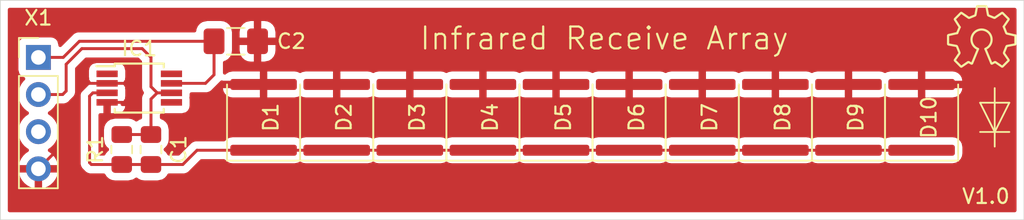
<source format=kicad_pcb>
(kicad_pcb (version 20190605) (host pcbnew "6.0.0-unknown-ea0edab~86~ubuntu18.04.1")

  (general
    (thickness 1.6)
    (drawings 669)
    (tracks 42)
    (modules 15)
    (nets 6)
  )

  (page "A4")
  (layers
    (0 "F.Cu" signal)
    (31 "B.Cu" signal)
    (32 "B.Adhes" user)
    (33 "F.Adhes" user)
    (34 "B.Paste" user)
    (35 "F.Paste" user)
    (36 "B.SilkS" user)
    (37 "F.SilkS" user)
    (38 "B.Mask" user)
    (39 "F.Mask" user)
    (40 "Dwgs.User" user)
    (41 "Cmts.User" user)
    (42 "Eco1.User" user)
    (43 "Eco2.User" user)
    (44 "Edge.Cuts" user)
    (45 "Margin" user)
    (46 "B.CrtYd" user)
    (47 "F.CrtYd" user)
    (48 "B.Fab" user)
    (49 "F.Fab" user)
  )

  (setup
    (last_trace_width 0.2)
    (user_trace_width 0.2)
    (user_trace_width 0.3)
    (trace_clearance 0.2)
    (zone_clearance 0.508)
    (zone_45_only no)
    (trace_min 0.15)
    (via_size 0.8)
    (via_drill 0.4)
    (via_min_size 0.4)
    (via_min_drill 0.3)
    (uvia_size 0.3)
    (uvia_drill 0.1)
    (uvias_allowed no)
    (uvia_min_size 0.2)
    (uvia_min_drill 0.1)
    (max_error 0.005)
    (defaults
      (edge_clearance 0.01)
      (edge_cuts_line_width 0.05)
      (courtyard_line_width 0.05)
      (copper_line_width 0.2)
      (copper_text_dims (size 1.5 1.5) (thickness 0.3) keep_upright)
      (silk_line_width 0.12)
      (silk_text_dims (size 1 1) (thickness 0.15) keep_upright)
      (other_layers_line_width 0.1)
      (other_layers_text_dims (size 1 1) (thickness 0.15) keep_upright)
    )
    (pad_size 1.524 1.524)
    (pad_drill 0.762)
    (pad_to_mask_clearance 0.051)
    (solder_mask_min_width 0.25)
    (aux_axis_origin 0 0)
    (visible_elements FFFFEF7F)
    (pcbplotparams
      (layerselection 0x010fc_ffffffff)
      (usegerberextensions false)
      (usegerberattributes false)
      (usegerberadvancedattributes false)
      (creategerberjobfile false)
      (excludeedgelayer true)
      (linewidth 0.100000)
      (plotframeref false)
      (viasonmask false)
      (mode 1)
      (useauxorigin false)
      (hpglpennumber 1)
      (hpglpenspeed 20)
      (hpglpendiameter 15.000000)
      (psnegative false)
      (psa4output false)
      (plotreference true)
      (plotvalue true)
      (plotinvisibletext false)
      (padsonsilk false)
      (subtractmaskfromsilk false)
      (outputformat 1)
      (mirror false)
      (drillshape 0)
      (scaleselection 1)
      (outputdirectory "gerber/"))
  )

  (net 0 "")
  (net 1 "Net-(C1-Pad2)")
  (net 2 "Net-(C1-Pad1)")
  (net 3 "GND")
  (net 4 "+5V")
  (net 5 "Net-(X1-Pad3)")

  (net_class "Default" "This is the default net class."
    (clearance 0.2)
    (trace_width 0.25)
    (via_dia 0.8)
    (via_drill 0.4)
    (uvia_dia 0.3)
    (uvia_drill 0.1)
    (add_net "+5V")
    (add_net "GND")
    (add_net "Net-(C1-Pad1)")
    (add_net "Net-(C1-Pad2)")
    (add_net "Net-(X1-Pad3)")
  )

  (module "Connector_PinHeader_2.54mm:PinHeader_1x04_P2.54mm_Vertical" (layer "F.Cu") (tedit 59FED5CC) (tstamp 5D21B67F)
    (at 142.6 108.9)
    (descr "Through hole straight pin header, 1x04, 2.54mm pitch, single row")
    (tags "Through hole pin header THT 1x04 2.54mm single row")
    (path "/5D21C9A9")
    (fp_text reference "X1" (at 0 -2.7) (layer "F.SilkS")
      (effects (font (size 1 1) (thickness 0.15)))
    )
    (fp_text value "Conn_01x04" (at 0 9.95) (layer "F.Fab") hide
      (effects (font (size 1 1) (thickness 0.15)))
    )
    (fp_text user "%R" (at 0 3.81 90) (layer "F.Fab")
      (effects (font (size 1 1) (thickness 0.15)))
    )
    (fp_line (start 1.8 -1.8) (end -1.8 -1.8) (layer "F.CrtYd") (width 0.05))
    (fp_line (start 1.8 9.4) (end 1.8 -1.8) (layer "F.CrtYd") (width 0.05))
    (fp_line (start -1.8 9.4) (end 1.8 9.4) (layer "F.CrtYd") (width 0.05))
    (fp_line (start -1.8 -1.8) (end -1.8 9.4) (layer "F.CrtYd") (width 0.05))
    (fp_line (start -1.33 -1.33) (end 0 -1.33) (layer "F.SilkS") (width 0.12))
    (fp_line (start -1.33 0) (end -1.33 -1.33) (layer "F.SilkS") (width 0.12))
    (fp_line (start -1.33 1.27) (end 1.33 1.27) (layer "F.SilkS") (width 0.12))
    (fp_line (start 1.33 1.27) (end 1.33 8.95) (layer "F.SilkS") (width 0.12))
    (fp_line (start -1.33 1.27) (end -1.33 8.95) (layer "F.SilkS") (width 0.12))
    (fp_line (start -1.33 8.95) (end 1.33 8.95) (layer "F.SilkS") (width 0.12))
    (fp_line (start -1.27 -0.635) (end -0.635 -1.27) (layer "F.Fab") (width 0.1))
    (fp_line (start -1.27 8.89) (end -1.27 -0.635) (layer "F.Fab") (width 0.1))
    (fp_line (start 1.27 8.89) (end -1.27 8.89) (layer "F.Fab") (width 0.1))
    (fp_line (start 1.27 -1.27) (end 1.27 8.89) (layer "F.Fab") (width 0.1))
    (fp_line (start -0.635 -1.27) (end 1.27 -1.27) (layer "F.Fab") (width 0.1))
    (pad "4" thru_hole oval (at 0 7.62) (size 1.7 1.7) (drill 1) (layers *.Cu *.Mask)
      (net 3 "GND"))
    (pad "3" thru_hole oval (at 0 5.08) (size 1.7 1.7) (drill 1) (layers *.Cu *.Mask)
      (net 5 "Net-(X1-Pad3)"))
    (pad "2" thru_hole oval (at 0 2.54) (size 1.7 1.7) (drill 1) (layers *.Cu *.Mask)
      (net 2 "Net-(C1-Pad1)"))
    (pad "1" thru_hole rect (at 0 0) (size 1.7 1.7) (drill 1) (layers *.Cu *.Mask)
      (net 4 "+5V"))
    (model "${KISYS3DMOD}/Connector_PinHeader_2.54mm.3dshapes/PinHeader_1x04_P2.54mm_Vertical.wrl"
      (at (xyz 0 0 0))
      (scale (xyz 1 1 1))
      (rotate (xyz 0 0 0))
    )
  )

  (module "Resistor_SMD:R_0805_2012Metric_Pad1.15x1.40mm_HandSolder" (layer "F.Cu") (tedit 5B36C52B) (tstamp 5D21B886)
    (at 148.3 115.2 90)
    (descr "Resistor SMD 0805 (2012 Metric), square (rectangular) end terminal, IPC_7351 nominal with elongated pad for handsoldering. (Body size source: https://docs.google.com/spreadsheets/d/1BsfQQcO9C6DZCsRaXUlFlo91Tg2WpOkGARC1WS5S8t0/edit?usp=sharing), generated with kicad-footprint-generator")
    (tags "resistor handsolder")
    (path "/5D1F1245")
    (attr smd)
    (fp_text reference "R1" (at 0 -1.8 90) (layer "F.SilkS")
      (effects (font (size 1 1) (thickness 0.15)))
    )
    (fp_text value "1,62K" (at 0 1.65 90) (layer "F.Fab") hide
      (effects (font (size 1 1) (thickness 0.15)))
    )
    (fp_line (start -1 0.6) (end -1 -0.6) (layer "F.Fab") (width 0.1))
    (fp_line (start -1 -0.6) (end 1 -0.6) (layer "F.Fab") (width 0.1))
    (fp_line (start 1 -0.6) (end 1 0.6) (layer "F.Fab") (width 0.1))
    (fp_line (start 1 0.6) (end -1 0.6) (layer "F.Fab") (width 0.1))
    (fp_line (start -0.261252 -0.71) (end 0.261252 -0.71) (layer "F.SilkS") (width 0.12))
    (fp_line (start -0.261252 0.71) (end 0.261252 0.71) (layer "F.SilkS") (width 0.12))
    (fp_line (start -1.85 0.95) (end -1.85 -0.95) (layer "F.CrtYd") (width 0.05))
    (fp_line (start -1.85 -0.95) (end 1.85 -0.95) (layer "F.CrtYd") (width 0.05))
    (fp_line (start 1.85 -0.95) (end 1.85 0.95) (layer "F.CrtYd") (width 0.05))
    (fp_line (start 1.85 0.95) (end -1.85 0.95) (layer "F.CrtYd") (width 0.05))
    (fp_text user "%R" (at 0 0 90) (layer "F.Fab")
      (effects (font (size 0.5 0.5) (thickness 0.08)))
    )
    (pad "2" smd roundrect (at 1.025 0 90) (size 1.15 1.4) (layers "F.Cu" "F.Paste" "F.Mask") (roundrect_rratio 0.217391)
      (net 2 "Net-(C1-Pad1)"))
    (pad "1" smd roundrect (at -1.025 0 90) (size 1.15 1.4) (layers "F.Cu" "F.Paste" "F.Mask") (roundrect_rratio 0.217391)
      (net 1 "Net-(C1-Pad2)"))
    (model "${KISYS3DMOD}/Resistor_SMD.3dshapes/R_0805_2012Metric.wrl"
      (at (xyz 0 0 0))
      (scale (xyz 1 1 1))
      (rotate (xyz 0 0 0))
    )
  )

  (module "Package_SO:MSOP-8_3x3mm_P0.65mm" (layer "F.Cu") (tedit 5A02F25C) (tstamp 5D21BB5F)
    (at 149.5 111)
    (descr "8-Lead Plastic Micro Small Outline Package (MS) [MSOP] (see Microchip Packaging Specification 00000049BS.pdf)")
    (tags "SSOP 0.65")
    (path "/5D232CA5")
    (attr smd)
    (fp_text reference "IC1" (at 0 -2.7) (layer "F.SilkS")
      (effects (font (size 1 1) (thickness 0.15)))
    )
    (fp_text value "OPA381" (at 0 2.6) (layer "F.Fab") hide
      (effects (font (size 1 1) (thickness 0.15)))
    )
    (fp_line (start -0.5 -1.5) (end 1.5 -1.5) (layer "F.Fab") (width 0.15))
    (fp_line (start 1.5 -1.5) (end 1.5 1.5) (layer "F.Fab") (width 0.15))
    (fp_line (start 1.5 1.5) (end -1.5 1.5) (layer "F.Fab") (width 0.15))
    (fp_line (start -1.5 1.5) (end -1.5 -0.5) (layer "F.Fab") (width 0.15))
    (fp_line (start -1.5 -0.5) (end -0.5 -1.5) (layer "F.Fab") (width 0.15))
    (fp_line (start -3.2 -1.85) (end -3.2 1.85) (layer "F.CrtYd") (width 0.05))
    (fp_line (start 3.2 -1.85) (end 3.2 1.85) (layer "F.CrtYd") (width 0.05))
    (fp_line (start -3.2 -1.85) (end 3.2 -1.85) (layer "F.CrtYd") (width 0.05))
    (fp_line (start -3.2 1.85) (end 3.2 1.85) (layer "F.CrtYd") (width 0.05))
    (fp_line (start -1.675 -1.675) (end -1.675 -1.5) (layer "F.SilkS") (width 0.15))
    (fp_line (start 1.675 -1.675) (end 1.675 -1.425) (layer "F.SilkS") (width 0.15))
    (fp_line (start 1.675 1.675) (end 1.675 1.425) (layer "F.SilkS") (width 0.15))
    (fp_line (start -1.675 1.675) (end -1.675 1.425) (layer "F.SilkS") (width 0.15))
    (fp_line (start -1.675 -1.675) (end 1.675 -1.675) (layer "F.SilkS") (width 0.15))
    (fp_line (start -1.675 1.675) (end 1.675 1.675) (layer "F.SilkS") (width 0.15))
    (fp_line (start -1.675 -1.5) (end -2.925 -1.5) (layer "F.SilkS") (width 0.15))
    (fp_text user "%R" (at 0 0) (layer "F.Fab")
      (effects (font (size 0.6 0.6) (thickness 0.15)))
    )
    (pad "8" smd rect (at 2.2 -0.975) (size 1.45 0.45) (layers "F.Cu" "F.Paste" "F.Mask"))
    (pad "7" smd rect (at 2.2 -0.325) (size 1.45 0.45) (layers "F.Cu" "F.Paste" "F.Mask")
      (net 4 "+5V"))
    (pad "6" smd rect (at 2.2 0.325) (size 1.45 0.45) (layers "F.Cu" "F.Paste" "F.Mask")
      (net 2 "Net-(C1-Pad1)"))
    (pad "5" smd rect (at 2.2 0.975) (size 1.45 0.45) (layers "F.Cu" "F.Paste" "F.Mask"))
    (pad "4" smd rect (at -2.2 0.975) (size 1.45 0.45) (layers "F.Cu" "F.Paste" "F.Mask")
      (net 3 "GND"))
    (pad "3" smd rect (at -2.2 0.325) (size 1.45 0.45) (layers "F.Cu" "F.Paste" "F.Mask")
      (net 1 "Net-(C1-Pad2)"))
    (pad "2" smd rect (at -2.2 -0.325) (size 1.45 0.45) (layers "F.Cu" "F.Paste" "F.Mask")
      (net 3 "GND"))
    (pad "1" smd rect (at -2.2 -0.975) (size 1.45 0.45) (layers "F.Cu" "F.Paste" "F.Mask"))
    (model "${KISYS3DMOD}/Package_SO.3dshapes/MSOP-8_3x3mm_P0.65mm.wrl"
      (at (xyz 0 0 0))
      (scale (xyz 1 1 1))
      (rotate (xyz 0 0 0))
    )
  )

  (module "ir-receiver:VISHAY-TEMD5080" (layer "F.Cu") (tedit 5D2115C3) (tstamp 5D21BAE9)
    (at 203 113 90)
    (path "/5D1E12CC")
    (fp_text reference "D10" (at 0 0.5 90) (layer "F.SilkS")
      (effects (font (size 1 1) (thickness 0.15)))
    )
    (fp_text value "TEMD5080X01" (at 0 3.4 90) (layer "F.Fab") hide
      (effects (font (size 1 1) (thickness 0.15)))
    )
    (fp_line (start -1.7 1.5) (end 1.7 1.5) (layer "F.Fab") (width 0.1))
    (fp_line (start -2.25 -0.8) (end -2.25 1.6) (layer "F.Fab") (width 0.1))
    (fp_line (start 2.9 2.5) (end -3 2.5) (layer "F.CrtYd") (width 0.05))
    (fp_line (start -2.96 2.5) (end 2.25 2.5) (layer "F.SilkS") (width 0.12))
    (fp_line (start 1.7 -1.6) (end -0.9 -1.6) (layer "F.Fab") (width 0.1))
    (fp_line (start 2.25 1.6) (end 2.25 -1.6) (layer "F.Fab") (width 0.1))
    (fp_line (start -3 2.5) (end -3 -2.5) (layer "F.CrtYd") (width 0.05))
    (fp_line (start -0.9 -1.6) (end -1.7 -0.8) (layer "F.Fab") (width 0.1))
    (fp_line (start 2.9 -2.5) (end 2.9 2.5) (layer "F.CrtYd") (width 0.05))
    (fp_line (start 2.25 -2.5) (end -2.96 -2.5) (layer "F.SilkS") (width 0.12))
    (fp_line (start -3 -2.5) (end 2.9 -2.5) (layer "F.CrtYd") (width 0.05))
    (fp_line (start -2.96 -2.5) (end -2.96 2.5) (layer "F.SilkS") (width 0.12))
    (fp_text user "%R" (at 0.3 0.3 90) (layer "F.Fab")
      (effects (font (size 1 1) (thickness 0.15)))
    )
    (pad "2" smd roundrect (at 2.25 0 90) (size 0.75 4.55) (layers "F.Cu" "F.Paste" "F.Mask") (roundrect_rratio 0.222)
      (net 3 "GND"))
    (pad "1" smd roundrect (at -2.25 0 90) (size 0.75 4.55) (layers "F.Cu" "F.Paste" "F.Mask") (roundrect_rratio 0.222)
      (net 1 "Net-(C1-Pad2)"))
  )

  (module "ir-receiver:VISHAY-TEMD5080" (layer "F.Cu") (tedit 5D2115C3) (tstamp 5D21B8B8)
    (at 198 113 90)
    (path "/5D1E12CE")
    (fp_text reference "D9" (at 0 0.5 90) (layer "F.SilkS")
      (effects (font (size 1 1) (thickness 0.15)))
    )
    (fp_text value "TEMD5080X01" (at 0 3.4 90) (layer "F.Fab") hide
      (effects (font (size 1 1) (thickness 0.15)))
    )
    (fp_line (start -1.7 1.5) (end 1.7 1.5) (layer "F.Fab") (width 0.1))
    (fp_line (start -2.25 -0.8) (end -2.25 1.6) (layer "F.Fab") (width 0.1))
    (fp_line (start 2.9 2.5) (end -3 2.5) (layer "F.CrtYd") (width 0.05))
    (fp_line (start -2.96 2.5) (end 2.25 2.5) (layer "F.SilkS") (width 0.12))
    (fp_line (start 1.7 -1.6) (end -0.9 -1.6) (layer "F.Fab") (width 0.1))
    (fp_line (start 2.25 1.6) (end 2.25 -1.6) (layer "F.Fab") (width 0.1))
    (fp_line (start -3 2.5) (end -3 -2.5) (layer "F.CrtYd") (width 0.05))
    (fp_line (start -0.9 -1.6) (end -1.7 -0.8) (layer "F.Fab") (width 0.1))
    (fp_line (start 2.9 -2.5) (end 2.9 2.5) (layer "F.CrtYd") (width 0.05))
    (fp_line (start 2.25 -2.5) (end -2.96 -2.5) (layer "F.SilkS") (width 0.12))
    (fp_line (start -3 -2.5) (end 2.9 -2.5) (layer "F.CrtYd") (width 0.05))
    (fp_line (start -2.96 -2.5) (end -2.96 2.5) (layer "F.SilkS") (width 0.12))
    (fp_text user "%R" (at 0.3 0.3 90) (layer "F.Fab")
      (effects (font (size 1 1) (thickness 0.15)))
    )
    (pad "2" smd roundrect (at 2.25 0 90) (size 0.75 4.55) (layers "F.Cu" "F.Paste" "F.Mask") (roundrect_rratio 0.222)
      (net 3 "GND"))
    (pad "1" smd roundrect (at -2.25 0 90) (size 0.75 4.55) (layers "F.Cu" "F.Paste" "F.Mask") (roundrect_rratio 0.222)
      (net 1 "Net-(C1-Pad2)"))
  )

  (module "ir-receiver:VISHAY-TEMD5080" (layer "F.Cu") (tedit 5D2115C3) (tstamp 5D21BB1F)
    (at 193 113 90)
    (path "/5D1E12CD")
    (fp_text reference "D8" (at 0 0.5 90) (layer "F.SilkS")
      (effects (font (size 1 1) (thickness 0.15)))
    )
    (fp_text value "TEMD5080X01" (at 0 3.4 90) (layer "F.Fab") hide
      (effects (font (size 1 1) (thickness 0.15)))
    )
    (fp_line (start -1.7 1.5) (end 1.7 1.5) (layer "F.Fab") (width 0.1))
    (fp_line (start -2.25 -0.8) (end -2.25 1.6) (layer "F.Fab") (width 0.1))
    (fp_line (start 2.9 2.5) (end -3 2.5) (layer "F.CrtYd") (width 0.05))
    (fp_line (start -2.96 2.5) (end 2.25 2.5) (layer "F.SilkS") (width 0.12))
    (fp_line (start 1.7 -1.6) (end -0.9 -1.6) (layer "F.Fab") (width 0.1))
    (fp_line (start 2.25 1.6) (end 2.25 -1.6) (layer "F.Fab") (width 0.1))
    (fp_line (start -3 2.5) (end -3 -2.5) (layer "F.CrtYd") (width 0.05))
    (fp_line (start -0.9 -1.6) (end -1.7 -0.8) (layer "F.Fab") (width 0.1))
    (fp_line (start 2.9 -2.5) (end 2.9 2.5) (layer "F.CrtYd") (width 0.05))
    (fp_line (start 2.25 -2.5) (end -2.96 -2.5) (layer "F.SilkS") (width 0.12))
    (fp_line (start -3 -2.5) (end 2.9 -2.5) (layer "F.CrtYd") (width 0.05))
    (fp_line (start -2.96 -2.5) (end -2.96 2.5) (layer "F.SilkS") (width 0.12))
    (fp_text user "%R" (at 0.3 0.3 90) (layer "F.Fab")
      (effects (font (size 1 1) (thickness 0.15)))
    )
    (pad "2" smd roundrect (at 2.25 0 90) (size 0.75 4.55) (layers "F.Cu" "F.Paste" "F.Mask") (roundrect_rratio 0.222)
      (net 3 "GND"))
    (pad "1" smd roundrect (at -2.25 0 90) (size 0.75 4.55) (layers "F.Cu" "F.Paste" "F.Mask") (roundrect_rratio 0.222)
      (net 1 "Net-(C1-Pad2)"))
  )

  (module "ir-receiver:VISHAY-TEMD5080" (layer "F.Cu") (tedit 5D2115C3) (tstamp 5D21BBA9)
    (at 188 113 90)
    (path "/5D1E12CB")
    (fp_text reference "D7" (at 0 0.5 90) (layer "F.SilkS")
      (effects (font (size 1 1) (thickness 0.15)))
    )
    (fp_text value "TEMD5080X01" (at 0 3.4 90) (layer "F.Fab") hide
      (effects (font (size 1 1) (thickness 0.15)))
    )
    (fp_line (start -1.7 1.5) (end 1.7 1.5) (layer "F.Fab") (width 0.1))
    (fp_line (start -2.25 -0.8) (end -2.25 1.6) (layer "F.Fab") (width 0.1))
    (fp_line (start 2.9 2.5) (end -3 2.5) (layer "F.CrtYd") (width 0.05))
    (fp_line (start -2.96 2.5) (end 2.25 2.5) (layer "F.SilkS") (width 0.12))
    (fp_line (start 1.7 -1.6) (end -0.9 -1.6) (layer "F.Fab") (width 0.1))
    (fp_line (start 2.25 1.6) (end 2.25 -1.6) (layer "F.Fab") (width 0.1))
    (fp_line (start -3 2.5) (end -3 -2.5) (layer "F.CrtYd") (width 0.05))
    (fp_line (start -0.9 -1.6) (end -1.7 -0.8) (layer "F.Fab") (width 0.1))
    (fp_line (start 2.9 -2.5) (end 2.9 2.5) (layer "F.CrtYd") (width 0.05))
    (fp_line (start 2.25 -2.5) (end -2.96 -2.5) (layer "F.SilkS") (width 0.12))
    (fp_line (start -3 -2.5) (end 2.9 -2.5) (layer "F.CrtYd") (width 0.05))
    (fp_line (start -2.96 -2.5) (end -2.96 2.5) (layer "F.SilkS") (width 0.12))
    (fp_text user "%R" (at 0.3 0.3 90) (layer "F.Fab")
      (effects (font (size 1 1) (thickness 0.15)))
    )
    (pad "2" smd roundrect (at 2.25 0 90) (size 0.75 4.55) (layers "F.Cu" "F.Paste" "F.Mask") (roundrect_rratio 0.222)
      (net 3 "GND"))
    (pad "1" smd roundrect (at -2.25 0 90) (size 0.75 4.55) (layers "F.Cu" "F.Paste" "F.Mask") (roundrect_rratio 0.222)
      (net 1 "Net-(C1-Pad2)"))
  )

  (module "ir-receiver:VISHAY-TEMD5080" (layer "F.Cu") (tedit 5D2115C3) (tstamp 5D21BAB3)
    (at 183 113 90)
    (path "/5D1DFD45")
    (fp_text reference "D6" (at 0 0.5 90) (layer "F.SilkS")
      (effects (font (size 1 1) (thickness 0.15)))
    )
    (fp_text value "TEMD5080X01" (at 0 3.4 90) (layer "F.Fab") hide
      (effects (font (size 1 1) (thickness 0.15)))
    )
    (fp_line (start -1.7 1.5) (end 1.7 1.5) (layer "F.Fab") (width 0.1))
    (fp_line (start -2.25 -0.8) (end -2.25 1.6) (layer "F.Fab") (width 0.1))
    (fp_line (start 2.9 2.5) (end -3 2.5) (layer "F.CrtYd") (width 0.05))
    (fp_line (start -2.96 2.5) (end 2.25 2.5) (layer "F.SilkS") (width 0.12))
    (fp_line (start 1.7 -1.6) (end -0.9 -1.6) (layer "F.Fab") (width 0.1))
    (fp_line (start 2.25 1.6) (end 2.25 -1.6) (layer "F.Fab") (width 0.1))
    (fp_line (start -3 2.5) (end -3 -2.5) (layer "F.CrtYd") (width 0.05))
    (fp_line (start -0.9 -1.6) (end -1.7 -0.8) (layer "F.Fab") (width 0.1))
    (fp_line (start 2.9 -2.5) (end 2.9 2.5) (layer "F.CrtYd") (width 0.05))
    (fp_line (start 2.25 -2.5) (end -2.96 -2.5) (layer "F.SilkS") (width 0.12))
    (fp_line (start -3 -2.5) (end 2.9 -2.5) (layer "F.CrtYd") (width 0.05))
    (fp_line (start -2.96 -2.5) (end -2.96 2.5) (layer "F.SilkS") (width 0.12))
    (fp_text user "%R" (at 0.3 0.3 90) (layer "F.Fab")
      (effects (font (size 1 1) (thickness 0.15)))
    )
    (pad "2" smd roundrect (at 2.25 0 90) (size 0.75 4.55) (layers "F.Cu" "F.Paste" "F.Mask") (roundrect_rratio 0.222)
      (net 3 "GND"))
    (pad "1" smd roundrect (at -2.25 0 90) (size 0.75 4.55) (layers "F.Cu" "F.Paste" "F.Mask") (roundrect_rratio 0.222)
      (net 1 "Net-(C1-Pad2)"))
  )

  (module "ir-receiver:VISHAY-TEMD5080" (layer "F.Cu") (tedit 5D2115C3) (tstamp 5D21B930)
    (at 178 113 90)
    (path "/5D1DD6D2")
    (fp_text reference "D5" (at 0 0.5 90) (layer "F.SilkS")
      (effects (font (size 1 1) (thickness 0.15)))
    )
    (fp_text value "TEMD5080X01" (at 0 3.4 90) (layer "F.Fab") hide
      (effects (font (size 1 1) (thickness 0.15)))
    )
    (fp_line (start -1.7 1.5) (end 1.7 1.5) (layer "F.Fab") (width 0.1))
    (fp_line (start -2.25 -0.8) (end -2.25 1.6) (layer "F.Fab") (width 0.1))
    (fp_line (start 2.9 2.5) (end -3 2.5) (layer "F.CrtYd") (width 0.05))
    (fp_line (start -2.96 2.5) (end 2.25 2.5) (layer "F.SilkS") (width 0.12))
    (fp_line (start 1.7 -1.6) (end -0.9 -1.6) (layer "F.Fab") (width 0.1))
    (fp_line (start 2.25 1.6) (end 2.25 -1.6) (layer "F.Fab") (width 0.1))
    (fp_line (start -3 2.5) (end -3 -2.5) (layer "F.CrtYd") (width 0.05))
    (fp_line (start -0.9 -1.6) (end -1.7 -0.8) (layer "F.Fab") (width 0.1))
    (fp_line (start 2.9 -2.5) (end 2.9 2.5) (layer "F.CrtYd") (width 0.05))
    (fp_line (start 2.25 -2.5) (end -2.96 -2.5) (layer "F.SilkS") (width 0.12))
    (fp_line (start -3 -2.5) (end 2.9 -2.5) (layer "F.CrtYd") (width 0.05))
    (fp_line (start -2.96 -2.5) (end -2.96 2.5) (layer "F.SilkS") (width 0.12))
    (fp_text user "%R" (at 0.3 0.3 90) (layer "F.Fab")
      (effects (font (size 1 1) (thickness 0.15)))
    )
    (pad "2" smd roundrect (at 2.25 0 90) (size 0.75 4.55) (layers "F.Cu" "F.Paste" "F.Mask") (roundrect_rratio 0.222)
      (net 3 "GND"))
    (pad "1" smd roundrect (at -2.25 0 90) (size 0.75 4.55) (layers "F.Cu" "F.Paste" "F.Mask") (roundrect_rratio 0.222)
      (net 1 "Net-(C1-Pad2)"))
  )

  (module "ir-receiver:VISHAY-TEMD5080" (layer "F.Cu") (tedit 5D2115C3) (tstamp 5D21B99F)
    (at 173 113 90)
    (path "/5D1DD151")
    (fp_text reference "D4" (at 0 0.5 90) (layer "F.SilkS")
      (effects (font (size 1 1) (thickness 0.15)))
    )
    (fp_text value "TEMD5080X01" (at 0 3.4 90) (layer "F.Fab") hide
      (effects (font (size 1 1) (thickness 0.15)))
    )
    (fp_line (start -1.7 1.5) (end 1.7 1.5) (layer "F.Fab") (width 0.1))
    (fp_line (start -2.25 -0.8) (end -2.25 1.6) (layer "F.Fab") (width 0.1))
    (fp_line (start 2.9 2.5) (end -3 2.5) (layer "F.CrtYd") (width 0.05))
    (fp_line (start -2.96 2.5) (end 2.25 2.5) (layer "F.SilkS") (width 0.12))
    (fp_line (start 1.7 -1.6) (end -0.9 -1.6) (layer "F.Fab") (width 0.1))
    (fp_line (start 2.25 1.6) (end 2.25 -1.6) (layer "F.Fab") (width 0.1))
    (fp_line (start -3 2.5) (end -3 -2.5) (layer "F.CrtYd") (width 0.05))
    (fp_line (start -0.9 -1.6) (end -1.7 -0.8) (layer "F.Fab") (width 0.1))
    (fp_line (start 2.9 -2.5) (end 2.9 2.5) (layer "F.CrtYd") (width 0.05))
    (fp_line (start 2.25 -2.5) (end -2.96 -2.5) (layer "F.SilkS") (width 0.12))
    (fp_line (start -3 -2.5) (end 2.9 -2.5) (layer "F.CrtYd") (width 0.05))
    (fp_line (start -2.96 -2.5) (end -2.96 2.5) (layer "F.SilkS") (width 0.12))
    (fp_text user "%R" (at 0.3 0.3 90) (layer "F.Fab")
      (effects (font (size 1 1) (thickness 0.15)))
    )
    (pad "2" smd roundrect (at 2.25 0 90) (size 0.75 4.55) (layers "F.Cu" "F.Paste" "F.Mask") (roundrect_rratio 0.222)
      (net 3 "GND"))
    (pad "1" smd roundrect (at -2.25 0 90) (size 0.75 4.55) (layers "F.Cu" "F.Paste" "F.Mask") (roundrect_rratio 0.222)
      (net 1 "Net-(C1-Pad2)"))
  )

  (module "ir-receiver:VISHAY-TEMD5080" (layer "F.Cu") (tedit 5D2115C3) (tstamp 5D21B8F7)
    (at 168 113 90)
    (path "/5D1DCB7E")
    (fp_text reference "D3" (at 0 0.5 90) (layer "F.SilkS")
      (effects (font (size 1 1) (thickness 0.15)))
    )
    (fp_text value "TEMD5080X01" (at 0 3.4 90) (layer "F.Fab") hide
      (effects (font (size 1 1) (thickness 0.15)))
    )
    (fp_line (start -1.7 1.5) (end 1.7 1.5) (layer "F.Fab") (width 0.1))
    (fp_line (start -2.25 -0.8) (end -2.25 1.6) (layer "F.Fab") (width 0.1))
    (fp_line (start 2.9 2.5) (end -3 2.5) (layer "F.CrtYd") (width 0.05))
    (fp_line (start -2.96 2.5) (end 2.25 2.5) (layer "F.SilkS") (width 0.12))
    (fp_line (start 1.7 -1.6) (end -0.9 -1.6) (layer "F.Fab") (width 0.1))
    (fp_line (start 2.25 1.6) (end 2.25 -1.6) (layer "F.Fab") (width 0.1))
    (fp_line (start -3 2.5) (end -3 -2.5) (layer "F.CrtYd") (width 0.05))
    (fp_line (start -0.9 -1.6) (end -1.7 -0.8) (layer "F.Fab") (width 0.1))
    (fp_line (start 2.9 -2.5) (end 2.9 2.5) (layer "F.CrtYd") (width 0.05))
    (fp_line (start 2.25 -2.5) (end -2.96 -2.5) (layer "F.SilkS") (width 0.12))
    (fp_line (start -3 -2.5) (end 2.9 -2.5) (layer "F.CrtYd") (width 0.05))
    (fp_line (start -2.96 -2.5) (end -2.96 2.5) (layer "F.SilkS") (width 0.12))
    (fp_text user "%R" (at 0.3 0.3 90) (layer "F.Fab")
      (effects (font (size 1 1) (thickness 0.15)))
    )
    (pad "2" smd roundrect (at 2.25 0 90) (size 0.75 4.55) (layers "F.Cu" "F.Paste" "F.Mask") (roundrect_rratio 0.222)
      (net 3 "GND"))
    (pad "1" smd roundrect (at -2.25 0 90) (size 0.75 4.55) (layers "F.Cu" "F.Paste" "F.Mask") (roundrect_rratio 0.222)
      (net 1 "Net-(C1-Pad2)"))
  )

  (module "ir-receiver:VISHAY-TEMD5080" (layer "F.Cu") (tedit 5D2115C3) (tstamp 5D21B966)
    (at 163 113 90)
    (path "/5D1DA9F2")
    (fp_text reference "D2" (at 0 0.5 90) (layer "F.SilkS")
      (effects (font (size 1 1) (thickness 0.15)))
    )
    (fp_text value "TEMD5080X01" (at 0 3.4 90) (layer "F.Fab") hide
      (effects (font (size 1 1) (thickness 0.15)))
    )
    (fp_line (start -1.7 1.5) (end 1.7 1.5) (layer "F.Fab") (width 0.1))
    (fp_line (start -2.25 -0.8) (end -2.25 1.6) (layer "F.Fab") (width 0.1))
    (fp_line (start 2.9 2.5) (end -3 2.5) (layer "F.CrtYd") (width 0.05))
    (fp_line (start -2.96 2.5) (end 2.25 2.5) (layer "F.SilkS") (width 0.12))
    (fp_line (start 1.7 -1.6) (end -0.9 -1.6) (layer "F.Fab") (width 0.1))
    (fp_line (start 2.25 1.6) (end 2.25 -1.6) (layer "F.Fab") (width 0.1))
    (fp_line (start -3 2.5) (end -3 -2.5) (layer "F.CrtYd") (width 0.05))
    (fp_line (start -0.9 -1.6) (end -1.7 -0.8) (layer "F.Fab") (width 0.1))
    (fp_line (start 2.9 -2.5) (end 2.9 2.5) (layer "F.CrtYd") (width 0.05))
    (fp_line (start 2.25 -2.5) (end -2.96 -2.5) (layer "F.SilkS") (width 0.12))
    (fp_line (start -3 -2.5) (end 2.9 -2.5) (layer "F.CrtYd") (width 0.05))
    (fp_line (start -2.96 -2.5) (end -2.96 2.5) (layer "F.SilkS") (width 0.12))
    (fp_text user "%R" (at 0.3 0.3 90) (layer "F.Fab")
      (effects (font (size 1 1) (thickness 0.15)))
    )
    (pad "2" smd roundrect (at 2.25 0 90) (size 0.75 4.55) (layers "F.Cu" "F.Paste" "F.Mask") (roundrect_rratio 0.222)
      (net 3 "GND"))
    (pad "1" smd roundrect (at -2.25 0 90) (size 0.75 4.55) (layers "F.Cu" "F.Paste" "F.Mask") (roundrect_rratio 0.222)
      (net 1 "Net-(C1-Pad2)"))
  )

  (module "ir-receiver:VISHAY-TEMD5080" (layer "F.Cu") (tedit 5D2115C3) (tstamp 5D21BA7D)
    (at 158 113 90)
    (path "/5D1D8DB1")
    (fp_text reference "D1" (at 0 0.5 90) (layer "F.SilkS")
      (effects (font (size 1 1) (thickness 0.15)))
    )
    (fp_text value "TEMD5080X01" (at 0 3.4 90) (layer "F.Fab") hide
      (effects (font (size 1 1) (thickness 0.15)))
    )
    (fp_line (start -1.7 1.5) (end 1.7 1.5) (layer "F.Fab") (width 0.1))
    (fp_line (start -2.25 -0.8) (end -2.25 1.6) (layer "F.Fab") (width 0.1))
    (fp_line (start 2.9 2.5) (end -3 2.5) (layer "F.CrtYd") (width 0.05))
    (fp_line (start -2.96 2.5) (end 2.25 2.5) (layer "F.SilkS") (width 0.12))
    (fp_line (start 1.7 -1.6) (end -0.9 -1.6) (layer "F.Fab") (width 0.1))
    (fp_line (start 2.25 1.6) (end 2.25 -1.6) (layer "F.Fab") (width 0.1))
    (fp_line (start -3 2.5) (end -3 -2.5) (layer "F.CrtYd") (width 0.05))
    (fp_line (start -0.9 -1.6) (end -1.7 -0.8) (layer "F.Fab") (width 0.1))
    (fp_line (start 2.9 -2.5) (end 2.9 2.5) (layer "F.CrtYd") (width 0.05))
    (fp_line (start 2.25 -2.5) (end -2.96 -2.5) (layer "F.SilkS") (width 0.12))
    (fp_line (start -3 -2.5) (end 2.9 -2.5) (layer "F.CrtYd") (width 0.05))
    (fp_line (start -2.96 -2.5) (end -2.96 2.5) (layer "F.SilkS") (width 0.12))
    (fp_text user "%R" (at 0.3 0.3 90) (layer "F.Fab")
      (effects (font (size 1 1) (thickness 0.15)))
    )
    (pad "2" smd roundrect (at 2.25 0 90) (size 0.75 4.55) (layers "F.Cu" "F.Paste" "F.Mask") (roundrect_rratio 0.222)
      (net 3 "GND"))
    (pad "1" smd roundrect (at -2.25 0 90) (size 0.75 4.55) (layers "F.Cu" "F.Paste" "F.Mask") (roundrect_rratio 0.222)
      (net 1 "Net-(C1-Pad2)"))
  )

  (module "Capacitor_SMD:C_1206_3216Metric_Pad1.42x1.75mm_HandSolder" (layer "F.Cu") (tedit 5B301BBE) (tstamp 5D21B9D6)
    (at 156.1 107.8)
    (descr "Capacitor SMD 1206 (3216 Metric), square (rectangular) end terminal, IPC_7351 nominal with elongated pad for handsoldering. (Body size source: http://www.tortai-tech.com/upload/download/2011102023233369053.pdf), generated with kicad-footprint-generator")
    (tags "capacitor handsolder")
    (path "/5D22D4AF")
    (attr smd)
    (fp_text reference "C2" (at 3.8 0) (layer "F.SilkS")
      (effects (font (size 1 1) (thickness 0.15)))
    )
    (fp_text value "10µF" (at 0 1.82) (layer "F.Fab") hide
      (effects (font (size 1 1) (thickness 0.15)))
    )
    (fp_line (start -1.6 0.8) (end -1.6 -0.8) (layer "F.Fab") (width 0.1))
    (fp_line (start -1.6 -0.8) (end 1.6 -0.8) (layer "F.Fab") (width 0.1))
    (fp_line (start 1.6 -0.8) (end 1.6 0.8) (layer "F.Fab") (width 0.1))
    (fp_line (start 1.6 0.8) (end -1.6 0.8) (layer "F.Fab") (width 0.1))
    (fp_line (start -0.602064 -0.91) (end 0.602064 -0.91) (layer "F.SilkS") (width 0.12))
    (fp_line (start -0.602064 0.91) (end 0.602064 0.91) (layer "F.SilkS") (width 0.12))
    (fp_line (start -2.45 1.12) (end -2.45 -1.12) (layer "F.CrtYd") (width 0.05))
    (fp_line (start -2.45 -1.12) (end 2.45 -1.12) (layer "F.CrtYd") (width 0.05))
    (fp_line (start 2.45 -1.12) (end 2.45 1.12) (layer "F.CrtYd") (width 0.05))
    (fp_line (start 2.45 1.12) (end -2.45 1.12) (layer "F.CrtYd") (width 0.05))
    (fp_text user "%R" (at 0 0) (layer "F.Fab")
      (effects (font (size 0.8 0.8) (thickness 0.12)))
    )
    (pad "2" smd roundrect (at 1.4875 0) (size 1.425 1.75) (layers "F.Cu" "F.Paste" "F.Mask") (roundrect_rratio 0.175439)
      (net 3 "GND"))
    (pad "1" smd roundrect (at -1.4875 0) (size 1.425 1.75) (layers "F.Cu" "F.Paste" "F.Mask") (roundrect_rratio 0.175439)
      (net 4 "+5V"))
    (model "${KISYS3DMOD}/Capacitor_SMD.3dshapes/C_1206_3216Metric.wrl"
      (at (xyz 0 0 0))
      (scale (xyz 1 1 1))
      (rotate (xyz 0 0 0))
    )
  )

  (module "Capacitor_SMD:C_0805_2012Metric_Pad1.15x1.40mm_HandSolder" (layer "F.Cu") (tedit 5B36C52B) (tstamp 5D21BA4B)
    (at 150.3 115.2 270)
    (descr "Capacitor SMD 0805 (2012 Metric), square (rectangular) end terminal, IPC_7351 nominal with elongated pad for handsoldering. (Body size source: https://docs.google.com/spreadsheets/d/1BsfQQcO9C6DZCsRaXUlFlo91Tg2WpOkGARC1WS5S8t0/edit?usp=sharing), generated with kicad-footprint-generator")
    (tags "capacitor handsolder")
    (path "/5D1F237B")
    (attr smd)
    (fp_text reference "C1" (at 0 -1.9 90) (layer "F.SilkS")
      (effects (font (size 1 1) (thickness 0.15)))
    )
    (fp_text value "100pF" (at 0 1.65 90) (layer "F.Fab") hide
      (effects (font (size 1 1) (thickness 0.15)))
    )
    (fp_line (start -1 0.6) (end -1 -0.6) (layer "F.Fab") (width 0.1))
    (fp_line (start -1 -0.6) (end 1 -0.6) (layer "F.Fab") (width 0.1))
    (fp_line (start 1 -0.6) (end 1 0.6) (layer "F.Fab") (width 0.1))
    (fp_line (start 1 0.6) (end -1 0.6) (layer "F.Fab") (width 0.1))
    (fp_line (start -0.261252 -0.71) (end 0.261252 -0.71) (layer "F.SilkS") (width 0.12))
    (fp_line (start -0.261252 0.71) (end 0.261252 0.71) (layer "F.SilkS") (width 0.12))
    (fp_line (start -1.85 0.95) (end -1.85 -0.95) (layer "F.CrtYd") (width 0.05))
    (fp_line (start -1.85 -0.95) (end 1.85 -0.95) (layer "F.CrtYd") (width 0.05))
    (fp_line (start 1.85 -0.95) (end 1.85 0.95) (layer "F.CrtYd") (width 0.05))
    (fp_line (start 1.85 0.95) (end -1.85 0.95) (layer "F.CrtYd") (width 0.05))
    (fp_text user "%R" (at 0 0 90) (layer "F.Fab")
      (effects (font (size 0.5 0.5) (thickness 0.08)))
    )
    (pad "2" smd roundrect (at 1.025 0 270) (size 1.15 1.4) (layers "F.Cu" "F.Paste" "F.Mask") (roundrect_rratio 0.217391)
      (net 1 "Net-(C1-Pad2)"))
    (pad "1" smd roundrect (at -1.025 0 270) (size 1.15 1.4) (layers "F.Cu" "F.Paste" "F.Mask") (roundrect_rratio 0.217391)
      (net 2 "Net-(C1-Pad1)"))
    (model "${KISYS3DMOD}/Capacitor_SMD.3dshapes/C_0805_2012Metric.wrl"
      (at (xyz 0 0 0))
      (scale (xyz 1 1 1))
      (rotate (xyz 0 0 0))
    )
  )

  (gr_arc (start 207.1 107.681818) (end 206.860014 108.324936) (angle 317.212221) (layer "F.SilkS") (width 0.15))
  (gr_line (start 206.801979 105.398218) (end 206.8 105.4) (layer "F.SilkS") (width 0.034395))
  (gr_line (start 206.813579 105.391985) (end 206.812323 105.39238) (layer "F.SilkS") (width 0.034395))
  (gr_line (start 204.81273 107.389693) (end 204.812176 107.390896) (layer "F.SilkS") (width 0.034395))
  (gr_line (start 209.394773 108.013123) (end 209.395982 108.012614) (layer "F.SilkS") (width 0.034395))
  (gr_line (start 208.954319 109.087661) (end 208.954042 109.086367) (layer "F.SilkS") (width 0.034395))
  (gr_line (start 205.276583 109.113902) (end 205.277438 109.114898) (layer "F.SilkS") (width 0.034395))
  (gr_line (start 204.823912 107.376759) (end 204.822831 107.377526) (layer "F.SilkS") (width 0.034395))
  (gr_line (start 208.953851 109.102191) (end 208.954408 109.099585) (layer "F.SilkS") (width 0.034395))
  (gr_line (start 206.207416 109.217279) (end 206.210224 109.217798) (layer "F.SilkS") (width 0.034395))
  (gr_line (start 206.447541 109.320788) (end 206.448267 109.319779) (layer "F.SilkS") (width 0.034395))
  (gr_line (start 205.274083 106.308912) (end 205.2748 106.310012) (layer "F.SilkS") (width 0.034395))
  (gr_line (start 208.834307 108.11818) (end 208.835609 108.117796) (layer "F.SilkS") (width 0.034395))
  (gr_line (start 206.812323 105.39238) (end 206.811084 105.392831) (layer "F.SilkS") (width 0.034395))
  (gr_line (start 206.811084 105.392831) (end 206.809863 105.393335) (layer "F.SilkS") (width 0.034395))
  (gr_line (start 205.693971 105.856126) (end 205.692901 105.856886) (layer "F.SilkS") (width 0.034395))
  (gr_line (start 206.809863 105.393335) (end 206.808661 105.39389) (layer "F.SilkS") (width 0.034395))
  (gr_line (start 206.808661 105.39389) (end 206.806326 105.395149) (layer "F.SilkS") (width 0.034395))
  (gr_line (start 206.806326 105.395149) (end 206.804093 105.396596) (layer "F.SilkS") (width 0.034395))
  (gr_line (start 206.437121 109.328526) (end 206.438215 109.328091) (layer "F.SilkS") (width 0.034395))
  (gr_line (start 206.804093 105.396596) (end 206.801979 105.398218) (layer "F.SilkS") (width 0.034395))
  (gr_line (start 206.814849 105.391645) (end 206.813579 105.391985) (layer "F.SilkS") (width 0.034395))
  (gr_line (start 204.815432 107.385123) (end 204.814687 107.386226) (layer "F.SilkS") (width 0.034395))
  (gr_line (start 207.403317 105.390853) (end 206.82134 105.390853) (layer "F.SilkS") (width 0.15))
  (gr_line (start 206.177416 109.223133) (end 206.17967 109.221735) (layer "F.SilkS") (width 0.034395))
  (gr_line (start 206.82134 105.390853) (end 206.82134 105.390853) (layer "F.SilkS") (width 0.034395))
  (gr_line (start 206.82134 105.390853) (end 206.820029 105.390885) (layer "F.SilkS") (width 0.034395))
  (gr_line (start 208.805924 108.144946) (end 208.80641 108.143696) (layer "F.SilkS") (width 0.034395))
  (gr_line (start 208.633882 108.615555) (end 208.632782 108.612979) (layer "F.SilkS") (width 0.034395))
  (gr_line (start 207.77632 109.319812) (end 207.777045 109.32082) (layer "F.SilkS") (width 0.034395))
  (gr_line (start 205.2748 106.310012) (end 205.606995 106.833895) (layer "F.SilkS") (width 0.15))
  (gr_line (start 205.399207 108.122312) (end 205.401661 108.123919) (layer "F.SilkS") (width 0.034395))
  (gr_line (start 205.273359 109.078979) (end 205.272756 109.080143) (layer "F.SilkS") (width 0.034395))
  (gr_line (start 205.270619 106.300429) (end 205.270949 106.301707) (layer "F.SilkS") (width 0.034395))
  (gr_line (start 208.028796 109.216988) (end 208.031682 109.217348) (layer "F.SilkS") (width 0.034395))
  (gr_line (start 208.515811 109.535825) (end 208.518454 109.535476) (layer "F.SilkS") (width 0.034395))
  (gr_line (start 209.408274 108.002743) (end 209.409065 108.001667) (layer "F.SilkS") (width 0.034395))
  (gr_line (start 208.62974 108.589772) (end 208.630107 108.586882) (layer "F.SilkS") (width 0.034395))
  (gr_line (start 204.811223 107.393359) (end 204.810829 107.394615) (layer "F.SilkS") (width 0.034395))
  (gr_line (start 207.805219 109.327846) (end 207.806402 109.327283) (layer "F.SilkS") (width 0.034395))
  (gr_line (start 206.79266 105.41089) (end 206.792207 105.412121) (layer "F.SilkS") (width 0.034395))
  (gr_line (start 207.7897 109.329246) (end 207.79085 109.329508) (layer "F.SilkS") (width 0.034395))
  (gr_line (start 206.204548 109.216937) (end 206.207416 109.217279) (layer "F.SilkS") (width 0.034395))
  (gr_line (start 205.270949 106.301707) (end 205.271334 106.302967) (layer "F.SilkS") (width 0.034395))
  (gr_line (start 208.039951 109.219476) (end 208.042503 109.220533) (layer "F.SilkS") (width 0.034395))
  (gr_line (start 206.820029 105.390885) (end 206.818722 105.390983) (layer "F.SilkS") (width 0.034395))
  (gr_line (start 208.830417 108.119665) (end 208.833006 108.118621) (layer "F.SilkS") (width 0.034395))
  (gr_line (start 204.832254 108.013933) (end 204.833523 108.014265) (layer "F.SilkS") (width 0.034395))
  (gr_line (start 205.404037 108.125684) (end 205.406317 108.127591) (layer "F.SilkS") (width 0.034395))
  (gr_line (start 205.695077 105.855416) (end 205.693971 105.856126) (layer "F.SilkS") (width 0.034395))
  (gr_line (start 206.818722 105.390983) (end 206.817422 105.391143) (layer "F.SilkS") (width 0.034395))
  (gr_line (start 206.219809 106.192553) (end 206.217556 106.19114) (layer "F.SilkS") (width 0.034395))
  (gr_line (start 206.817422 105.391143) (end 206.81613 105.391364) (layer "F.SilkS") (width 0.034395))
  (gr_line (start 205.690874 105.858554) (end 205.689923 105.859461) (layer "F.SilkS") (width 0.034395))
  (gr_line (start 207.779475 109.323549) (end 207.780362 109.324359) (layer "F.SilkS") (width 0.034395))
  (gr_line (start 206.81613 105.391364) (end 206.814849 105.391645) (layer "F.SilkS") (width 0.034395))
  (gr_line (start 205.277507 106.271892) (end 205.276651 106.272889) (layer "F.SilkS") (width 0.034395))
  (gr_line (start 207.403317 105.390853) (end 207.403317 105.390853) (layer "F.SilkS") (width 0.034395))
  (gr_line (start 207.412352 105.39238) (end 207.411094 105.391985) (layer "F.SilkS") (width 0.034395))
  (gr_line (start 207.411094 105.391985) (end 207.409822 105.391645) (layer "F.SilkS") (width 0.034395))
  (gr_line (start 207.780362 109.324359) (end 207.781285 109.325118) (layer "F.SilkS") (width 0.034395))
  (gr_line (start 207.409822 105.391645) (end 207.408538 105.391364) (layer "F.SilkS") (width 0.034395))
  (gr_line (start 207.408538 105.391364) (end 207.407244 105.391143) (layer "F.SilkS") (width 0.034395))
  (gr_line (start 207.407244 105.391143) (end 207.405941 105.390983) (layer "F.SilkS") (width 0.034395))
  (gr_line (start 207.405941 105.390983) (end 207.404631 105.390885) (layer "F.SilkS") (width 0.034395))
  (gr_line (start 205.696215 105.854756) (end 205.695077 105.855416) (layer "F.SilkS") (width 0.034395))
  (gr_line (start 205.698578 105.853586) (end 205.696215 105.854756) (layer "F.SilkS") (width 0.034395))
  (gr_line (start 207.404631 105.390885) (end 207.403317 105.390853) (layer "F.SilkS") (width 0.034395))
  (gr_line (start 208.952629 109.105984) (end 208.953088 109.104739) (layer "F.SilkS") (width 0.034395))
  (gr_line (start 207.413593 105.392831) (end 207.412352 105.39238) (layer "F.SilkS") (width 0.034395))
  (gr_line (start 207.421666 105.397386) (end 207.420592 105.396596) (layer "F.SilkS") (width 0.034395))
  (gr_line (start 207.420592 105.396596) (end 207.419489 105.39585) (layer "F.SilkS") (width 0.034395))
  (gr_line (start 207.419489 105.39585) (end 207.418358 105.395149) (layer "F.SilkS") (width 0.034395))
  (gr_line (start 205.724397 105.853316) (end 205.723178 105.852821) (layer "F.SilkS") (width 0.034395))
  (gr_line (start 207.418358 105.395149) (end 207.4172 105.394496) (layer "F.SilkS") (width 0.034395))
  (gr_line (start 207.4172 105.394496) (end 207.416019 105.39389) (layer "F.SilkS") (width 0.034395))
  (gr_line (start 205.701041 105.852619) (end 205.698578 105.853586) (layer "F.SilkS") (width 0.034395))
  (gr_line (start 207.416019 105.39389) (end 207.414816 105.393335) (layer "F.SilkS") (width 0.034395))
  (gr_line (start 207.414816 105.393335) (end 207.413593 105.392831) (layer "F.SilkS") (width 0.034395))
  (gr_line (start 204.833486 107.372467) (end 204.832214 107.372806) (layer "F.SilkS") (width 0.034395))
  (gr_line (start 206.794353 105.407328) (end 206.793735 105.408491) (layer "F.SilkS") (width 0.034395))
  (gr_line (start 206.433723 109.329489) (end 206.434873 109.329226) (layer "F.SilkS") (width 0.034395))
  (gr_line (start 207.422708 105.398218) (end 207.421666 105.397386) (layer "F.SilkS") (width 0.034395))
  (gr_line (start 207.42895 105.40508) (end 207.428185 105.404) (layer "F.SilkS") (width 0.034395))
  (gr_line (start 207.428185 105.404) (end 207.427374 105.40295) (layer "F.SilkS") (width 0.034395))
  (gr_line (start 207.427374 105.40295) (end 207.42652 105.401932) (layer "F.SilkS") (width 0.034395))
  (gr_line (start 207.42652 105.401932) (end 207.425624 105.400948) (layer "F.SilkS") (width 0.034395))
  (gr_line (start 207.425624 105.400948) (end 207.424689 105.4) (layer "F.SilkS") (width 0.034395))
  (gr_line (start 207.424689 105.4) (end 207.423716 105.39909) (layer "F.SilkS") (width 0.034395))
  (gr_line (start 207.423716 105.39909) (end 207.422708 105.398218) (layer "F.SilkS") (width 0.034395))
  (gr_line (start 207.429669 105.40619) (end 207.42895 105.40508) (layer "F.SilkS") (width 0.034395))
  (gr_line (start 207.433212 105.414642) (end 207.432878 105.413372) (layer "F.SilkS") (width 0.034395))
  (gr_line (start 207.432878 105.413372) (end 207.432484 105.412121) (layer "F.SilkS") (width 0.034395))
  (gr_line (start 207.432484 105.412121) (end 207.432031 105.41089) (layer "F.SilkS") (width 0.034395))
  (gr_line (start 207.432031 105.41089) (end 207.431521 105.409679) (layer "F.SilkS") (width 0.034395))
  (gr_line (start 207.431521 105.409679) (end 207.430956 105.408491) (layer "F.SilkS") (width 0.034395))
  (gr_line (start 207.430956 105.408491) (end 207.430338 105.407328) (layer "F.SilkS") (width 0.034395))
  (gr_line (start 207.430338 105.407328) (end 207.429669 105.40619) (layer "F.SilkS") (width 0.034395))
  (gr_line (start 205.692901 105.856886) (end 205.691867 105.857695) (layer "F.SilkS") (width 0.034395))
  (gr_line (start 207.433482 105.415927) (end 207.433212 105.414642) (layer "F.SilkS") (width 0.034395))
  (gr_line (start 207.544842 106.008557) (end 207.543792 106.005961) (layer "F.SilkS") (width 0.034395))
  (gr_line (start 207.543792 106.005961) (end 207.542955 106.003356) (layer "F.SilkS") (width 0.034395))
  (gr_line (start 207.542955 106.003356) (end 207.542621 106.002055) (layer "F.SilkS") (width 0.034395))
  (gr_line (start 207.542621 106.002055) (end 207.542346 106.000759) (layer "F.SilkS") (width 0.034395))
  (gr_line (start 205.703584 105.851855) (end 205.701041 105.852619) (layer "F.SilkS") (width 0.034395))
  (gr_line (start 207.542346 106.000759) (end 207.542346 106.000759) (layer "F.SilkS") (width 0.034395))
  (gr_line (start 207.542346 106.000759) (end 207.433482 105.415927) (layer "F.SilkS") (width 0.15))
  (gr_line (start 207.433482 105.415927) (end 207.433482 105.415927) (layer "F.SilkS") (width 0.034395))
  (gr_line (start 206.427792 109.329902) (end 206.428995 109.329942) (layer "F.SilkS") (width 0.034395))
  (gr_line (start 207.546091 106.011129) (end 207.544842 106.008557) (layer "F.SilkS") (width 0.034395))
  (gr_line (start 207.559165 106.027001) (end 207.556936 106.025081) (layer "F.SilkS") (width 0.034395))
  (gr_line (start 207.773898 109.315314) (end 207.774427 109.316507) (layer "F.SilkS") (width 0.034395))
  (gr_line (start 206.669938 106.023016) (end 206.667805 106.025081) (layer "F.SilkS") (width 0.034395))
  (gr_line (start 207.556936 106.025081) (end 207.554803 106.023016) (layer "F.SilkS") (width 0.034395))
  (gr_line (start 207.554803 106.023016) (end 207.55278 106.020825) (layer "F.SilkS") (width 0.034395))
  (gr_line (start 207.55278 106.020825) (end 207.550883 106.018524) (layer "F.SilkS") (width 0.034395))
  (gr_line (start 207.550883 106.018524) (end 207.549126 106.016129) (layer "F.SilkS") (width 0.034395))
  (gr_line (start 207.549126 106.016129) (end 207.547524 106.013659) (layer "F.SilkS") (width 0.034395))
  (gr_line (start 205.691867 105.857695) (end 205.690874 105.858554) (layer "F.SilkS") (width 0.034395))
  (gr_line (start 207.547524 106.013659) (end 207.546091 106.011129) (layer "F.SilkS") (width 0.034395))
  (gr_line (start 207.561475 106.02876) (end 207.559165 106.027001) (layer "F.SilkS") (width 0.034395))
  (gr_line (start 207.571238 106.033848) (end 207.571238 106.033848) (layer "F.SilkS") (width 0.034395))
  (gr_line (start 207.571238 106.033848) (end 207.569991 106.033405) (layer "F.SilkS") (width 0.034395))
  (gr_line (start 207.569991 106.033405) (end 207.568749 106.032903) (layer "F.SilkS") (width 0.034395))
  (gr_line (start 205.275086 106.274998) (end 205.274378 106.276105) (layer "F.SilkS") (width 0.034395))
  (gr_line (start 207.568749 106.032903) (end 207.567512 106.032343) (layer "F.SilkS") (width 0.034395))
  (gr_line (start 207.567512 106.032343) (end 207.566282 106.031728) (layer "F.SilkS") (width 0.034395))
  (gr_line (start 207.566282 106.031728) (end 207.563853 106.030342) (layer "F.SilkS") (width 0.034395))
  (gr_line (start 205.706186 105.851298) (end 205.703584 105.851855) (layer "F.SilkS") (width 0.034395))
  (gr_line (start 207.563853 106.030342) (end 207.561475 106.02876) (layer "F.SilkS") (width 0.034395))
  (gr_line (start 207.963213 106.194305) (end 207.571238 106.033848) (layer "F.SilkS") (width 0.15))
  (gr_line (start 207.97958 106.198119) (end 207.976635 106.197915) (layer "F.SilkS") (width 0.034395))
  (gr_line (start 205.726757 105.854472) (end 205.725591 105.853866) (layer "F.SilkS") (width 0.034395))
  (gr_line (start 204.81021 107.39717) (end 204.809989 107.398464) (layer "F.SilkS") (width 0.034395))
  (gr_line (start 205.725591 105.853866) (end 205.724397 105.853316) (layer "F.SilkS") (width 0.034395))
  (gr_line (start 205.274731 109.076744) (end 205.274731 109.076744) (layer "F.SilkS") (width 0.034395))
  (gr_line (start 206.230313 106.196642) (end 206.227509 106.195857) (layer "F.SilkS") (width 0.034395))
  (gr_line (start 206.653488 106.033848) (end 206.653488 106.033848) (layer "F.SilkS") (width 0.034395))
  (gr_line (start 206.679887 106.008557) (end 206.67864 106.011129) (layer "F.SilkS") (width 0.034395))
  (gr_line (start 209.412837 107.994653) (end 209.413288 107.993409) (layer "F.SilkS") (width 0.034395))
  (gr_line (start 207.806402 109.327283) (end 208.004178 109.221688) (layer "F.SilkS") (width 0.15))
  (gr_line (start 208.954542 109.088968) (end 208.954319 109.087661) (layer "F.SilkS") (width 0.034395))
  (gr_line (start 204.832214 107.372806) (end 204.83096 107.373205) (layer "F.SilkS") (width 0.034395))
  (gr_line (start 209.413685 107.99215) (end 209.414025 107.990876) (layer "F.SilkS") (width 0.034395))
  (gr_line (start 209.391028 108.014298) (end 209.392294 108.013967) (layer "F.SilkS") (width 0.034395))
  (gr_line (start 205.708828 105.850948) (end 205.706186 105.851298) (layer "F.SilkS") (width 0.034395))
  (gr_line (start 207.976635 106.197915) (end 207.973747 106.19754) (layer "F.SilkS") (width 0.034395))
  (gr_line (start 207.797989 109.329819) (end 207.7992 109.329653) (layer "F.SilkS") (width 0.034395))
  (gr_line (start 206.22041 109.221654) (end 206.22041 109.221654) (layer "F.SilkS") (width 0.034395))
  (gr_line (start 206.45069 109.31528) (end 206.858487 108.329942) (layer "F.SilkS") (width 0.15))
  (gr_line (start 206.442338 109.325798) (end 206.443296 109.32509) (layer "F.SilkS") (width 0.034395))
  (gr_line (start 208.946245 109.115887) (end 208.946245 109.115887) (layer "F.SilkS") (width 0.034395))
  (gr_line (start 204.834774 107.37219) (end 204.834774 107.37219) (layer "F.SilkS") (width 0.034395))
  (gr_line (start 207.778624 109.322689) (end 207.779475 109.323549) (layer "F.SilkS") (width 0.034395))
  (gr_line (start 205.387641 108.117435) (end 205.38894 108.117762) (layer "F.SilkS") (width 0.034395))
  (gr_line (start 207.973747 106.19754) (end 207.970938 106.196993) (layer "F.SilkS") (width 0.034395))
  (gr_line (start 208.812174 108.134051) (end 208.81406 108.131807) (layer "F.SilkS") (width 0.034395))
  (gr_line (start 208.633312 108.576319) (end 208.805497 108.146199) (layer "F.SilkS") (width 0.15))
  (gr_line (start 205.706151 109.535442) (end 205.708794 109.535791) (layer "F.SilkS") (width 0.034395))
  (gr_line (start 204.826209 108.011397) (end 204.827373 108.012015) (layer "F.SilkS") (width 0.034395))
  (gr_line (start 207.775641 109.318757) (end 207.77632 109.319812) (layer "F.SilkS") (width 0.034395))
  (gr_line (start 206.791813 105.413372) (end 206.79148 105.414642) (layer "F.SilkS") (width 0.034395))
  (gr_line (start 208.810449 108.136377) (end 208.812174 108.134051) (layer "F.SilkS") (width 0.034395))
  (gr_line (start 207.970938 106.196993) (end 207.96823 106.196272) (layer "F.SilkS") (width 0.034395))
  (gr_line (start 206.859725 108.326211) (end 206.860014 108.324936) (layer "F.SilkS") (width 0.034395))
  (gr_line (start 206.441349 109.326452) (end 206.442338 109.325798) (layer "F.SilkS") (width 0.034395))
  (gr_line (start 206.680936 106.005961) (end 206.679887 106.008557) (layer "F.SilkS") (width 0.034395))
  (gr_line (start 206.418186 109.327249) (end 206.419366 109.327815) (layer "F.SilkS") (width 0.034395))
  (gr_line (start 204.817099 108.003753) (end 204.818882 108.005739) (layer "F.SilkS") (width 0.034395))
  (gr_line (start 204.812771 107.99705) (end 204.814031 107.999393) (layer "F.SilkS") (width 0.034395))
  (gr_line (start 209.410514 107.999427) (end 209.411169 107.998267) (layer "F.SilkS") (width 0.034395))
  (gr_line (start 204.828515 107.374177) (end 204.827326 107.374745) (layer "F.SilkS") (width 0.034395))
  (gr_line (start 207.96823 106.196272) (end 207.965648 106.195377) (layer "F.SilkS") (width 0.034395))
  (gr_line (start 207.965648 106.195377) (end 207.963213 106.194305) (layer "F.SilkS") (width 0.034395))
  (gr_line (start 207.775009 109.317655) (end 207.775641 109.318757) (layer "F.SilkS") (width 0.034395))
  (gr_line (start 204.809864 107.986957) (end 204.810024 107.988261) (layer "F.SilkS") (width 0.034395))
  (gr_line (start 206.791209 105.415927) (end 206.791209 105.415927) (layer "F.SilkS") (width 0.034395))
  (gr_line (start 204.83096 107.373205) (end 204.829727 107.373663) (layer "F.SilkS") (width 0.034395))
  (gr_line (start 207.963213 106.194305) (end 207.963213 106.194305) (layer "F.SilkS") (width 0.034395))
  (gr_line (start 206.448267 109.319779) (end 206.448947 109.318724) (layer "F.SilkS") (width 0.034395))
  (gr_line (start 208.50025 109.533487) (end 208.501468 109.533977) (layer "F.SilkS") (width 0.034395))
  (gr_line (start 207.804027 109.32834) (end 207.805219 109.327846) (layer "F.SilkS") (width 0.034395))
  (gr_line (start 208.633312 108.576319) (end 208.633312 108.576319) (layer "F.SilkS") (width 0.034395))
  (gr_line (start 206.23614 106.197727) (end 206.233198 106.197266) (layer "F.SilkS") (width 0.034395))
  (gr_line (start 209.404709 108.00671) (end 209.405658 108.005773) (layer "F.SilkS") (width 0.034395))
  (gr_line (start 207.982559 106.198155) (end 207.97958 106.198119) (layer "F.SilkS") (width 0.034395))
  (gr_line (start 208.534699 109.527364) (end 208.534699 109.527364) (layer "F.SilkS") (width 0.034395))
  (gr_line (start 206.198719 109.216783) (end 206.201642 109.216772) (layer "F.SilkS") (width 0.034395))
  (gr_line (start 208.501468 109.533977) (end 208.502708 109.534413) (layer "F.SilkS") (width 0.034395))
  (gr_line (start 206.245087 106.198119) (end 206.242107 106.198155) (layer "F.SilkS") (width 0.034395))
  (gr_line (start 208.002446 106.193811) (end 207.999867 106.194913) (layer "F.SilkS") (width 0.034395))
  (gr_line (start 205.589428 108.617949) (end 205.588008 108.620208) (layer "F.SilkS") (width 0.034395))
  (gr_line (start 204.810024 107.988261) (end 204.810246 107.989556) (layer "F.SilkS") (width 0.034395))
  (gr_line (start 204.816221 107.384049) (end 204.815432 107.385123) (layer "F.SilkS") (width 0.034395))
  (gr_line (start 208.025881 109.216804) (end 208.028796 109.216988) (layer "F.SilkS") (width 0.034395))
  (gr_line (start 204.809767 107.985647) (end 204.809864 107.986957) (layer "F.SilkS") (width 0.034395))
  (gr_line (start 209.411775 107.997084) (end 209.412332 107.995878) (layer "F.SilkS") (width 0.034395))
  (gr_line (start 205.592751 108.610245) (end 205.591801 108.612945) (layer "F.SilkS") (width 0.034395))
  (gr_line (start 205.43364 107.238253) (end 204.834774 107.37219) (layer "F.SilkS") (width 0.15))
  (gr_line (start 209.414787 107.985681) (end 209.41482 107.984367) (layer "F.SilkS") (width 0.034395))
  (gr_line (start 208.81406 108.131807) (end 208.816093 108.12966) (layer "F.SilkS") (width 0.034395))
  (gr_line (start 205.408484 108.129626) (end 205.410523 108.131773) (layer "F.SilkS") (width 0.034395))
  (gr_line (start 208.835609 108.117796) (end 208.83691 108.117469) (layer "F.SilkS") (width 0.034395))
  (gr_line (start 208.95184 109.080177) (end 208.951234 109.079013) (layer "F.SilkS") (width 0.034395))
  (gr_line (start 205.721936 105.852381) (end 205.719395 105.851664) (layer "F.SilkS") (width 0.034395))
  (gr_line (start 206.667805 106.025081) (end 206.665576 106.027001) (layer "F.SilkS") (width 0.034395))
  (gr_line (start 205.275844 106.273924) (end 205.275086 106.274998) (layer "F.SilkS") (width 0.034395))
  (gr_line (start 207.999867 106.194913) (end 207.997163 106.195857) (layer "F.SilkS") (width 0.034395))
  (gr_line (start 207.997163 106.195857) (end 207.994356 106.196642) (layer "F.SilkS") (width 0.034395))
  (gr_line (start 207.994356 106.196642) (end 207.99147 106.197266) (layer "F.SilkS") (width 0.034395))
  (gr_line (start 207.99147 106.197266) (end 207.988526 106.197727) (layer "F.SilkS") (width 0.034395))
  (gr_line (start 207.988526 106.197727) (end 207.985548 106.198024) (layer "F.SilkS") (width 0.034395))
  (gr_line (start 207.985548 106.198024) (end 207.982559 106.198155) (layer "F.SilkS") (width 0.034395))
  (gr_line (start 205.71149 105.850808) (end 205.708828 105.850948) (layer "F.SilkS") (width 0.034395))
  (gr_line (start 208.004876 106.192553) (end 208.002446 106.193811) (layer "F.SilkS") (width 0.034395))
  (gr_line (start 208.499126 105.853866) (end 208.497963 105.854472) (layer "F.SilkS") (width 0.034395))
  (gr_line (start 208.497963 105.854472) (end 208.496829 105.855133) (layer "F.SilkS") (width 0.034395))
  (gr_line (start 205.689923 105.859461) (end 205.689923 105.859461) (layer "F.SilkS") (width 0.034395))
  (gr_line (start 208.496829 105.855133) (end 208.495729 105.85585) (layer "F.SilkS") (width 0.034395))
  (gr_line (start 208.495729 105.85585) (end 208.495729 105.85585) (layer "F.SilkS") (width 0.034395))
  (gr_line (start 208.495729 105.85585) (end 208.007136 106.19114) (layer "F.SilkS") (width 0.15))
  (gr_line (start 208.007136 106.19114) (end 208.007136 106.19114) (layer "F.SilkS") (width 0.034395))
  (gr_line (start 208.007136 106.19114) (end 208.004876 106.192553) (layer "F.SilkS") (width 0.034395))
  (gr_line (start 206.222235 106.193812) (end 206.219809 106.192553) (layer "F.SilkS") (width 0.034395))
  (gr_line (start 208.500317 105.853316) (end 208.499126 105.853866) (layer "F.SilkS") (width 0.034395))
  (gr_line (start 204.829771 108.013089) (end 204.831003 108.013541) (layer "F.SilkS") (width 0.034395))
  (gr_line (start 206.217556 106.19114) (end 206.217556 106.19114) (layer "F.SilkS") (width 0.034395))
  (gr_line (start 208.510539 105.85088) (end 208.507902 105.851164) (layer "F.SilkS") (width 0.034395))
  (gr_line (start 205.714152 105.85088) (end 205.71149 105.850808) (layer "F.SilkS") (width 0.034395))
  (gr_line (start 208.507902 105.851164) (end 208.506598 105.851387) (layer "F.SilkS") (width 0.034395))
  (gr_line (start 208.506598 105.851387) (end 208.505307 105.851664) (layer "F.SilkS") (width 0.034395))
  (gr_line (start 208.505307 105.851664) (end 208.50403 105.851995) (layer "F.SilkS") (width 0.034395))
  (gr_line (start 205.27311 106.278415) (end 205.272551 106.279612) (layer "F.SilkS") (width 0.034395))
  (gr_line (start 205.272551 106.279612) (end 205.272042 106.280834) (layer "F.SilkS") (width 0.034395))
  (gr_line (start 208.50403 105.851995) (end 208.502771 105.852381) (layer "F.SilkS") (width 0.034395))
  (gr_line (start 205.719395 105.851664) (end 205.716794 105.851165) (layer "F.SilkS") (width 0.034395))
  (gr_line (start 205.276651 106.272889) (end 205.275844 106.273924) (layer "F.SilkS") (width 0.034395))
  (gr_line (start 208.502771 105.852381) (end 208.501533 105.852821) (layer "F.SilkS") (width 0.034395))
  (gr_line (start 208.501533 105.852821) (end 208.500317 105.853316) (layer "F.SilkS") (width 0.034395))
  (gr_line (start 208.513196 105.850808) (end 208.510539 105.85088) (layer "F.SilkS") (width 0.034395))
  (gr_line (start 208.527296 105.854146) (end 208.5261 105.853586) (layer "F.SilkS") (width 0.034395))
  (gr_line (start 208.5261 105.853586) (end 208.524879 105.853077) (layer "F.SilkS") (width 0.034395))
  (gr_line (start 208.524879 105.853077) (end 208.523637 105.852619) (layer "F.SilkS") (width 0.034395))
  (gr_line (start 208.95095 109.109577) (end 208.951561 109.108406) (layer "F.SilkS") (width 0.034395))
  (gr_line (start 208.523637 105.852619) (end 208.521095 105.851855) (layer "F.SilkS") (width 0.034395))
  (gr_line (start 208.521095 105.851855) (end 208.518494 105.851298) (layer "F.SilkS") (width 0.034395))
  (gr_line (start 208.518494 105.851298) (end 208.515855 105.850948) (layer "F.SilkS") (width 0.034395))
  (gr_line (start 208.515855 105.850948) (end 208.513196 105.850808) (layer "F.SilkS") (width 0.034395))
  (gr_line (start 208.528465 105.854756) (end 208.527296 105.854146) (layer "F.SilkS") (width 0.034395))
  (gr_line (start 208.534768 105.859461) (end 208.534768 105.859461) (layer "F.SilkS") (width 0.034395))
  (gr_line (start 208.534768 105.859461) (end 208.533815 105.858554) (layer "F.SilkS") (width 0.034395))
  (gr_line (start 208.533815 105.858554) (end 208.532819 105.857695) (layer "F.SilkS") (width 0.034395))
  (gr_line (start 208.532819 105.857695) (end 208.531783 105.856886) (layer "F.SilkS") (width 0.034395))
  (gr_line (start 204.813987 107.387356) (end 204.813335 107.388513) (layer "F.SilkS") (width 0.034395))
  (gr_line (start 208.953325 109.083827) (end 208.952885 109.082587) (layer "F.SilkS") (width 0.034395))
  (gr_line (start 206.439285 109.3276) (end 206.440331 109.327053) (layer "F.SilkS") (width 0.034395))
  (gr_line (start 208.95212 109.107207) (end 208.952629 109.105984) (layer "F.SilkS") (width 0.034395))
  (gr_line (start 205.270821 106.284623) (end 205.270262 106.287227) (layer "F.SilkS") (width 0.034395))
  (gr_line (start 208.953088 109.104739) (end 208.953851 109.102191) (layer "F.SilkS") (width 0.034395))
  (gr_line (start 206.421753 109.328741) (end 206.422957 109.329104) (layer "F.SilkS") (width 0.034395))
  (gr_line (start 205.728997 105.85585) (end 205.728997 105.85585) (layer "F.SilkS") (width 0.034395))
  (gr_line (start 208.531783 105.856886) (end 208.530711 105.856126) (layer "F.SilkS") (width 0.034395))
  (gr_line (start 208.530711 105.856126) (end 208.529604 105.855416) (layer "F.SilkS") (width 0.034395))
  (gr_line (start 208.529604 105.855416) (end 208.528465 105.854756) (layer "F.SilkS") (width 0.034395))
  (gr_line (start 208.954408 109.099585) (end 208.954758 109.096939) (layer "F.SilkS") (width 0.034395))
  (gr_line (start 208.946246 106.270939) (end 208.534768 105.859461) (layer "F.SilkS") (width 0.15))
  (gr_line (start 208.950945 106.277245) (end 208.950287 106.276105) (layer "F.SilkS") (width 0.034395))
  (gr_line (start 206.424165 109.3294) (end 206.425375 109.329632) (layer "F.SilkS") (width 0.034395))
  (gr_line (start 204.8097 107.402389) (end 204.8097 107.402389) (layer "F.SilkS") (width 0.034395))
  (gr_line (start 206.430192 109.32992) (end 206.43138 109.329836) (layer "F.SilkS") (width 0.034395))
  (gr_line (start 206.665576 106.027001) (end 206.663265 106.02876) (layer "F.SilkS") (width 0.034395))
  (gr_line (start 205.727893 105.855133) (end 205.726757 105.854472) (layer "F.SilkS") (width 0.034395))
  (gr_line (start 206.428995 109.329942) (end 206.430192 109.32992) (layer "F.SilkS") (width 0.034395))
  (gr_line (start 206.425375 109.329632) (end 206.426585 109.329798) (layer "F.SilkS") (width 0.034395))
  (gr_line (start 205.273422 106.307778) (end 205.274083 106.308912) (layer "F.SilkS") (width 0.034395))
  (gr_line (start 206.426585 109.329798) (end 206.427792 109.329902) (layer "F.SilkS") (width 0.034395))
  (gr_line (start 208.042503 109.220533) (end 208.044918 109.221764) (layer "F.SilkS") (width 0.034395))
  (gr_line (start 208.011651 109.218526) (end 208.014378 109.217827) (layer "F.SilkS") (width 0.034395))
  (gr_line (start 208.499058 109.532941) (end 208.50025 109.533487) (layer "F.SilkS") (width 0.034395))
  (gr_line (start 205.271334 106.302967) (end 205.271773 106.304206) (layer "F.SilkS") (width 0.034395))
  (gr_line (start 208.02296 109.216795) (end 208.025881 109.216804) (layer "F.SilkS") (width 0.034395))
  (gr_line (start 205.272042 106.280834) (end 205.271584 106.282078) (layer "F.SilkS") (width 0.034395))
  (gr_line (start 205.272268 106.305423) (end 205.272817 106.306614) (layer "F.SilkS") (width 0.034395))
  (gr_line (start 206.67864 106.011129) (end 206.677209 106.013659) (layer "F.SilkS") (width 0.034395))
  (gr_line (start 206.440331 109.327053) (end 206.441349 109.326452) (layer "F.SilkS") (width 0.034395))
  (gr_line (start 205.401661 108.123919) (end 205.404037 108.125684) (layer "F.SilkS") (width 0.034395))
  (gr_line (start 206.792207 105.412121) (end 206.791813 105.413372) (layer "F.SilkS") (width 0.034395))
  (gr_line (start 207.795577 109.329961) (end 207.796781 109.329921) (layer "F.SilkS") (width 0.034395))
  (gr_line (start 205.272817 106.306614) (end 205.273422 106.307778) (layer "F.SilkS") (width 0.034395))
  (gr_line (start 204.820813 108.007574) (end 204.822881 108.009242) (layer "F.SilkS") (width 0.034395))
  (gr_line (start 205.695042 109.531348) (end 205.69618 109.532004) (layer "F.SilkS") (width 0.034395))
  (gr_line (start 205.273653 109.109542) (end 205.274311 109.110683) (layer "F.SilkS") (width 0.034395))
  (gr_line (start 206.187311 109.218573) (end 206.190077 109.217864) (layer "F.SilkS") (width 0.034395))
  (gr_line (start 209.412332 107.995878) (end 209.412837 107.994653) (layer "F.SilkS") (width 0.034395))
  (gr_line (start 205.386346 108.117169) (end 205.386346 108.117169) (layer "F.SilkS") (width 0.034395))
  (gr_line (start 208.949856 109.076779) (end 208.949856 109.076779) (layer "F.SilkS") (width 0.034395))
  (gr_line (start 206.434873 109.329226) (end 206.436007 109.328905) (layer "F.SilkS") (width 0.034395))
  (gr_line (start 205.691833 109.529084) (end 205.692866 109.529887) (layer "F.SilkS") (width 0.034395))
  (gr_line (start 205.595052 108.592683) (end 205.595081 108.59566) (layer "F.SilkS") (width 0.034395))
  (gr_line (start 205.406317 108.127591) (end 205.408484 108.129626) (layer "F.SilkS") (width 0.034395))
  (gr_line (start 206.449579 109.317621) (end 206.450161 109.316473) (layer "F.SilkS") (width 0.034395))
  (gr_line (start 208.950287 106.276105) (end 208.949578 106.274998) (layer "F.SilkS") (width 0.034395))
  (gr_line (start 206.177416 109.223133) (end 206.177416 109.223133) (layer "F.SilkS") (width 0.034395))
  (gr_line (start 209.41482 107.984367) (end 209.41482 107.984367) (layer "F.SilkS") (width 0.034395))
  (gr_line (start 208.031682 109.217348) (end 208.034518 109.217883) (layer "F.SilkS") (width 0.034395))
  (gr_line (start 205.594943 108.598646) (end 205.59464 108.601621) (layer "F.SilkS") (width 0.034395))
  (gr_line (start 208.635137 108.617983) (end 208.633882 108.615555) (layer "F.SilkS") (width 0.034395))
  (gr_line (start 205.724362 109.533452) (end 205.725556 109.532907) (layer "F.SilkS") (width 0.034395))
  (gr_line (start 204.823962 108.010009) (end 204.825072 108.010728) (layer "F.SilkS") (width 0.034395))
  (gr_line (start 205.728963 109.530941) (end 205.728963 109.530941) (layer "F.SilkS") (width 0.034395))
  (gr_line (start 205.270565 109.086333) (end 205.270068 109.088934) (layer "F.SilkS") (width 0.034395))
  (gr_line (start 208.505247 109.535122) (end 208.507847 109.535616) (layer "F.SilkS") (width 0.034395))
  (gr_line (start 206.450161 109.316473) (end 206.45069 109.31528) (layer "F.SilkS") (width 0.034395))
  (gr_line (start 209.409812 108.000561) (end 209.410514 107.999427) (layer "F.SilkS") (width 0.034395))
  (gr_line (start 208.949578 106.274998) (end 208.948819 106.273924) (layer "F.SilkS") (width 0.034395))
  (gr_line (start 209.411169 107.998267) (end 209.411775 107.997084) (layer "F.SilkS") (width 0.034395))
  (gr_line (start 208.822897 108.123954) (end 208.825346 108.122346) (layer "F.SilkS") (width 0.034395))
  (gr_line (start 207.78323 109.326477) (end 207.784247 109.327077) (layer "F.SilkS") (width 0.034395))
  (gr_line (start 205.699763 109.533672) (end 205.701006 109.534128) (layer "F.SilkS") (width 0.034395))
  (gr_line (start 206.436007 109.328905) (end 206.437121 109.328526) (layer "F.SilkS") (width 0.034395))
  (gr_line (start 205.592342 108.578731) (end 205.593231 108.581322) (layer "F.SilkS") (width 0.034395))
  (gr_line (start 205.272487 109.107173) (end 205.273653 109.109542) (layer "F.SilkS") (width 0.034395))
  (gr_line (start 208.948819 106.273924) (end 208.948011 106.272889) (layer "F.SilkS") (width 0.034395))
  (gr_line (start 205.386346 108.117169) (end 205.387641 108.117435) (layer "F.SilkS") (width 0.034395))
  (gr_line (start 208.948011 106.272889) (end 208.947153 106.271892) (layer "F.SilkS") (width 0.034395))
  (gr_line (start 206.663265 106.02876) (end 206.660886 106.030342) (layer "F.SilkS") (width 0.034395))
  (gr_line (start 208.947153 106.271892) (end 208.946246 106.270939) (layer "F.SilkS") (width 0.034395))
  (gr_line (start 205.606995 106.833895) (end 205.43364 107.238253) (layer "F.SilkS") (width 0.15))
  (gr_line (start 205.728997 105.85585) (end 205.727893 105.855133) (layer "F.SilkS") (width 0.034395))
  (gr_line (start 206.227509 106.195857) (end 206.224809 106.194913) (layer "F.SilkS") (width 0.034395))
  (gr_line (start 204.82856 108.01258) (end 204.829771 108.013089) (layer "F.SilkS") (width 0.034395))
  (gr_line (start 204.809732 107.401076) (end 204.8097 107.402389) (layer "F.SilkS") (width 0.034395))
  (gr_line (start 208.946246 106.270939) (end 208.946246 106.270939) (layer "F.SilkS") (width 0.034395))
  (gr_line (start 204.809989 107.398464) (end 204.809829 107.399766) (layer "F.SilkS") (width 0.034395))
  (gr_line (start 208.952111 106.279612) (end 208.950945 106.277245) (layer "F.SilkS") (width 0.034395))
  (gr_line (start 205.271716 109.082553) (end 205.271278 109.083793) (layer "F.SilkS") (width 0.034395))
  (gr_line (start 209.403725 108.007608) (end 209.404709 108.00671) (layer "F.SilkS") (width 0.034395))
  (gr_line (start 208.808902 108.13877) (end 208.810449 108.136377) (layer "F.SilkS") (width 0.034395))
  (gr_line (start 206.25645 106.196272) (end 206.253738 106.196993) (layer "F.SilkS") (width 0.034395))
  (gr_line (start 208.954512 106.297831) (end 208.954797 106.295191) (layer "F.SilkS") (width 0.034395))
  (gr_line (start 208.518454 109.535476) (end 208.521056 109.534921) (layer "F.SilkS") (width 0.034395))
  (gr_line (start 205.69084 109.528231) (end 205.691833 109.529084) (layer "F.SilkS") (width 0.034395))
  (gr_line (start 209.389746 108.014566) (end 209.391028 108.014298) (layer "F.SilkS") (width 0.034395))
  (gr_line (start 204.810246 107.989556) (end 204.810527 107.990842) (layer "F.SilkS") (width 0.034395))
  (gr_line (start 208.523598 109.534162) (end 208.52606 109.5332) (layer "F.SilkS") (width 0.034395))
  (gr_line (start 209.398331 108.011431) (end 209.399468 108.010762) (layer "F.SilkS") (width 0.034395))
  (gr_line (start 204.815478 108.001633) (end 204.817099 108.003753) (layer "F.SilkS") (width 0.034395))
  (gr_line (start 207.773898 109.315314) (end 207.773898 109.315314) (layer "F.SilkS") (width 0.034395))
  (gr_line (start 208.534699 109.527364) (end 208.946245 109.115887) (layer "F.SilkS") (width 0.15))
  (gr_line (start 207.774427 109.316507) (end 207.775009 109.317655) (layer "F.SilkS") (width 0.034395))
  (gr_line (start 208.827859 108.120912) (end 208.830417 108.119665) (layer "F.SilkS") (width 0.034395))
  (gr_line (start 205.593542 108.607442) (end 205.592751 108.610245) (layer "F.SilkS") (width 0.034395))
  (gr_line (start 209.389746 108.014566) (end 209.389746 108.014566) (layer "F.SilkS") (width 0.034395))
  (gr_line (start 205.269715 109.09424) (end 205.269856 109.096905) (layer "F.SilkS") (width 0.034395))
  (gr_line (start 208.017187 109.217306) (end 208.020055 109.216963) (layer "F.SilkS") (width 0.034395))
  (gr_line (start 206.190077 109.217864) (end 206.192915 109.217329) (layer "F.SilkS") (width 0.034395))
  (gr_line (start 209.393543 108.013575) (end 209.394773 108.013123) (layer "F.SilkS") (width 0.034395))
  (gr_line (start 206.215571 109.219369) (end 206.218065 109.220422) (layer "F.SilkS") (width 0.034395))
  (gr_line (start 206.418186 109.327249) (end 206.418186 109.327249) (layer "F.SilkS") (width 0.034395))
  (gr_line (start 205.725556 109.532907) (end 205.726722 109.532307) (layer "F.SilkS") (width 0.034395))
  (gr_line (start 206.448947 109.318724) (end 206.449579 109.317621) (layer "F.SilkS") (width 0.034395))
  (gr_line (start 205.277438 109.114898) (end 205.278343 109.115852) (layer "F.SilkS") (width 0.034395))
  (gr_line (start 205.410523 108.131773) (end 205.412415 108.134017) (layer "F.SilkS") (width 0.034395))
  (gr_line (start 205.269856 109.096905) (end 205.270205 109.09955) (layer "F.SilkS") (width 0.034395))
  (gr_line (start 209.409065 108.001667) (end 209.409812 108.000561) (layer "F.SilkS") (width 0.034395))
  (gr_line (start 206.682381 106.000759) (end 206.681772 106.003356) (layer "F.SilkS") (width 0.034395))
  (gr_line (start 208.805497 108.146199) (end 208.805924 108.144946) (layer "F.SilkS") (width 0.034395))
  (gr_line (start 209.41482 107.984367) (end 209.414889 107.402424) (layer "F.SilkS") (width 0.15))
  (gr_line (start 208.629653 108.598681) (end 208.629515 108.595694) (layer "F.SilkS") (width 0.034395))
  (gr_line (start 207.784247 109.327077) (end 207.785291 109.327623) (layer "F.SilkS") (width 0.034395))
  (gr_line (start 208.629543 108.592717) (end 208.62974 108.589772) (layer "F.SilkS") (width 0.034395))
  (gr_line (start 205.689889 109.52733) (end 205.69084 109.528231) (layer "F.SilkS") (width 0.034395))
  (gr_line (start 205.726722 109.532307) (end 205.727859 109.531652) (layer "F.SilkS") (width 0.034395))
  (gr_line (start 208.954797 106.295191) (end 208.95487 106.292531) (layer "F.SilkS") (width 0.034395))
  (gr_line (start 208.95487 106.292531) (end 208.954733 106.289869) (layer "F.SilkS") (width 0.034395))
  (gr_line (start 208.954733 106.289869) (end 208.954387 106.287227) (layer "F.SilkS") (width 0.034395))
  (gr_line (start 205.2748 106.310012) (end 205.2748 106.310012) (layer "F.SilkS") (width 0.034395))
  (gr_line (start 205.270262 106.287227) (end 205.269911 106.289869) (layer "F.SilkS") (width 0.034395))
  (gr_line (start 205.414143 108.136343) (end 205.415692 108.138736) (layer "F.SilkS") (width 0.034395))
  (gr_line (start 206.44422 109.324331) (end 206.445109 109.32352) (layer "F.SilkS") (width 0.034395))
  (gr_line (start 208.805497 108.146199) (end 208.805497 108.146199) (layer "F.SilkS") (width 0.034395))
  (gr_line (start 204.829727 107.373663) (end 204.828515 107.374177) (layer "F.SilkS") (width 0.034395))
  (gr_line (start 208.954387 106.287227) (end 208.953834 106.284623) (layer "F.SilkS") (width 0.034395))
  (gr_line (start 206.438215 109.328091) (end 206.439285 109.3276) (layer "F.SilkS") (width 0.034395))
  (gr_line (start 205.274017 109.077845) (end 205.273359 109.078979) (layer "F.SilkS") (width 0.034395))
  (gr_line (start 208.953834 106.284623) (end 208.953075 106.282078) (layer "F.SilkS") (width 0.034395))
  (gr_line (start 208.953075 106.282078) (end 208.952111 106.279612) (layer "F.SilkS") (width 0.034395))
  (gr_line (start 206.858487 108.329942) (end 206.858962 108.328716) (layer "F.SilkS") (width 0.034395))
  (gr_line (start 207.806402 109.327283) (end 207.806402 109.327283) (layer "F.SilkS") (width 0.034395))
  (gr_line (start 208.949856 109.076779) (end 208.636545 108.620242) (layer "F.SilkS") (width 0.15))
  (gr_line (start 208.838208 108.117203) (end 209.389746 108.014566) (layer "F.SilkS") (width 0.15))
  (gr_line (start 204.810866 107.992116) (end 204.811262 107.993375) (layer "F.SilkS") (width 0.034395))
  (gr_line (start 208.954014 106.300429) (end 208.954512 106.297831) (layer "F.SilkS") (width 0.034395))
  (gr_line (start 208.838208 108.117203) (end 208.838208 108.117203) (layer "F.SilkS") (width 0.034395))
  (gr_line (start 207.79438 109.329939) (end 207.795577 109.329961) (layer "F.SilkS") (width 0.034395))
  (gr_line (start 208.952885 109.082587) (end 208.95239 109.081369) (layer "F.SilkS") (width 0.034395))
  (gr_line (start 208.496761 109.531686) (end 208.497894 109.532341) (layer "F.SilkS") (width 0.034395))
  (gr_line (start 208.949857 106.310012) (end 208.950568 106.308912) (layer "F.SilkS") (width 0.034395))
  (gr_line (start 205.692866 109.529887) (end 205.693937 109.530642) (layer "F.SilkS") (width 0.034395))
  (gr_line (start 208.629956 108.601655) (end 208.629653 108.598681) (layer "F.SilkS") (width 0.034395))
  (gr_line (start 204.810527 107.990842) (end 204.810866 107.992116) (layer "F.SilkS") (width 0.034395))
  (gr_line (start 208.631359 108.581356) (end 208.632247 108.578765) (layer "F.SilkS") (width 0.034395))
  (gr_line (start 204.825072 108.010728) (end 204.826209 108.011397) (layer "F.SilkS") (width 0.034395))
  (gr_line (start 208.950568 106.308912) (end 208.951224 106.307778) (layer "F.SilkS") (width 0.034395))
  (gr_line (start 205.271522 109.104705) (end 205.272487 109.107173) (layer "F.SilkS") (width 0.034395))
  (gr_line (start 209.392294 108.013967) (end 209.393543 108.013575) (layer "F.SilkS") (width 0.034395))
  (gr_line (start 204.818833 107.381026) (end 204.817923 107.381999) (layer "F.SilkS") (width 0.034395))
  (gr_line (start 208.951224 106.307778) (end 208.951825 106.306614) (layer "F.SilkS") (width 0.034395))
  (gr_line (start 206.859374 108.327472) (end 206.859725 108.326211) (layer "F.SilkS") (width 0.034395))
  (gr_line (start 206.79817 105.401932) (end 206.796506 105.404) (layer "F.SilkS") (width 0.034395))
  (gr_line (start 208.631837 108.610279) (end 208.63105 108.607477) (layer "F.SilkS") (width 0.034395))
  (gr_line (start 209.395982 108.012614) (end 209.397168 108.012049) (layer "F.SilkS") (width 0.034395))
  (gr_line (start 208.632782 108.612979) (end 208.631837 108.610279) (layer "F.SilkS") (width 0.034395))
  (gr_line (start 209.402707 108.008464) (end 209.403725 108.007608) (layer "F.SilkS") (width 0.034395))
  (gr_line (start 205.269911 106.289869) (end 205.26977 106.292531) (layer "F.SilkS") (width 0.034395))
  (gr_line (start 205.727859 109.531652) (end 205.728963 109.530941) (layer "F.SilkS") (width 0.034395))
  (gr_line (start 207.786361 109.328113) (end 207.787454 109.328547) (layer "F.SilkS") (width 0.034395))
  (gr_line (start 208.951825 106.306614) (end 208.952371 106.305423) (layer "F.SilkS") (width 0.034395))
  (gr_line (start 205.417044 108.141181) (end 205.418183 108.143662) (layer "F.SilkS") (width 0.034395))
  (gr_line (start 206.658454 106.031728) (end 206.655983 106.032903) (layer "F.SilkS") (width 0.034395))
  (gr_line (start 205.716794 105.851165) (end 205.714152 105.85088) (layer "F.SilkS") (width 0.034395))
  (gr_line (start 205.274378 106.276105) (end 205.273719 106.277245) (layer "F.SilkS") (width 0.034395))
  (gr_line (start 208.952371 106.305423) (end 208.952863 106.304206) (layer "F.SilkS") (width 0.034395))
  (gr_line (start 208.014378 109.217827) (end 208.017187 109.217306) (layer "F.SilkS") (width 0.034395))
  (gr_line (start 208.951561 109.108406) (end 208.95212 109.107207) (layer "F.SilkS") (width 0.034395))
  (gr_line (start 208.952863 106.304206) (end 208.953301 106.302967) (layer "F.SilkS") (width 0.034395))
  (gr_line (start 208.953301 106.302967) (end 208.954014 106.300429) (layer "F.SilkS") (width 0.034395))
  (gr_line (start 208.632247 108.578765) (end 208.633312 108.576319) (layer "F.SilkS") (width 0.034395))
  (gr_line (start 208.833006 108.118621) (end 208.834307 108.11818) (layer "F.SilkS") (width 0.034395))
  (gr_line (start 205.591276 108.576285) (end 205.592342 108.578731) (layer "F.SilkS") (width 0.034395))
  (gr_line (start 205.723143 109.533943) (end 205.724362 109.533452) (layer "F.SilkS") (width 0.034395))
  (gr_line (start 206.248034 106.197915) (end 206.245087 106.198119) (layer "F.SilkS") (width 0.034395))
  (gr_line (start 208.636545 108.620242) (end 208.636545 108.620242) (layer "F.SilkS") (width 0.034395))
  (gr_line (start 205.714117 109.535863) (end 205.716759 109.535582) (layer "F.SilkS") (width 0.034395))
  (gr_line (start 204.821781 107.378338) (end 204.820764 107.379194) (layer "F.SilkS") (width 0.034395))
  (gr_line (start 205.271278 109.083793) (end 205.270565 109.086333) (layer "F.SilkS") (width 0.034395))
  (gr_line (start 208.949857 106.310012) (end 208.949857 106.310012) (layer "F.SilkS") (width 0.034395))
  (gr_line (start 207.777814 109.321779) (end 207.778624 109.322689) (layer "F.SilkS") (width 0.034395))
  (gr_line (start 204.822831 107.377526) (end 204.821781 107.378338) (layer "F.SilkS") (width 0.034395))
  (gr_line (start 204.820764 107.379194) (end 204.819781 107.38009) (layer "F.SilkS") (width 0.034395))
  (gr_line (start 204.818882 108.005739) (end 204.820813 108.007574) (layer "F.SilkS") (width 0.034395))
  (gr_line (start 206.682381 106.000759) (end 206.682381 106.000759) (layer "F.SilkS") (width 0.034395))
  (gr_line (start 206.210224 109.217798) (end 206.21295 109.218494) (layer "F.SilkS") (width 0.034395))
  (gr_line (start 208.95029 109.110718) (end 208.95095 109.109577) (layer "F.SilkS") (width 0.034395))
  (gr_line (start 204.834808 108.014532) (end 205.386346 108.117169) (layer "F.SilkS") (width 0.15))
  (gr_line (start 208.510488 109.535897) (end 208.513149 109.535966) (layer "F.SilkS") (width 0.034395))
  (gr_line (start 204.833523 108.014265) (end 204.834808 108.014532) (layer "F.SilkS") (width 0.034395))
  (gr_line (start 205.590692 108.615521) (end 205.589428 108.617949) (layer "F.SilkS") (width 0.034395))
  (gr_line (start 206.195803 109.216969) (end 206.198719 109.216783) (layer "F.SilkS") (width 0.034395))
  (gr_line (start 205.391541 108.118587) (end 205.39413 108.119631) (layer "F.SilkS") (width 0.034395))
  (gr_line (start 208.004178 109.221688) (end 208.004178 109.221688) (layer "F.SilkS") (width 0.034395))
  (gr_line (start 206.261479 106.194305) (end 206.259038 106.195377) (layer "F.SilkS") (width 0.034395))
  (gr_line (start 208.951234 109.079013) (end 208.950573 109.077879) (layer "F.SilkS") (width 0.034395))
  (gr_line (start 206.242107 106.198155) (end 206.239117 106.198024) (layer "F.SilkS") (width 0.034395))
  (gr_line (start 208.954042 109.086367) (end 208.953711 109.085088) (layer "F.SilkS") (width 0.034395))
  (gr_line (start 209.414307 107.989591) (end 209.414529 107.988295) (layer "F.SilkS") (width 0.034395))
  (gr_line (start 205.720639 109.53476) (end 205.721901 109.534379) (layer "F.SilkS") (width 0.034395))
  (gr_line (start 205.272756 109.080143) (end 205.272209 109.081335) (layer "F.SilkS") (width 0.034395))
  (gr_line (start 208.513149 109.535966) (end 208.515811 109.535825) (layer "F.SilkS") (width 0.034395))
  (gr_line (start 205.697348 109.53261) (end 205.698543 109.533166) (layer "F.SilkS") (width 0.034395))
  (gr_line (start 205.41909 108.146165) (end 205.591276 108.576285) (layer "F.SilkS") (width 0.15))
  (gr_line (start 206.445109 109.32352) (end 206.44596 109.322659) (layer "F.SilkS") (width 0.034395))
  (gr_line (start 205.270068 109.088934) (end 205.269785 109.091576) (layer "F.SilkS") (width 0.034395))
  (gr_line (start 205.594854 108.589738) (end 205.595052 108.592683) (layer "F.SilkS") (width 0.034395))
  (gr_line (start 204.825023 107.376038) (end 204.823912 107.376759) (layer "F.SilkS") (width 0.034395))
  (gr_line (start 206.192915 109.217329) (end 206.195803 109.216969) (layer "F.SilkS") (width 0.034395))
  (gr_line (start 204.827373 108.012015) (end 204.82856 108.01258) (layer "F.SilkS") (width 0.034395))
  (gr_line (start 205.59464 108.601621) (end 205.594172 108.60456) (layer "F.SilkS") (width 0.034395))
  (gr_line (start 208.820528 108.125718) (end 208.822897 108.123954) (layer "F.SilkS") (width 0.034395))
  (gr_line (start 209.414025 107.990876) (end 209.414307 107.989591) (layer "F.SilkS") (width 0.034395))
  (gr_line (start 205.594485 108.586848) (end 205.594854 108.589738) (layer "F.SilkS") (width 0.034395))
  (gr_line (start 208.950573 109.077879) (end 208.949856 109.076779) (layer "F.SilkS") (width 0.034395))
  (gr_line (start 205.39413 108.119631) (end 205.396691 108.120878) (layer "F.SilkS") (width 0.034395))
  (gr_line (start 205.593231 108.581322) (end 205.593945 108.584036) (layer "F.SilkS") (width 0.034395))
  (gr_line (start 205.275776 109.112866) (end 205.276583 109.113902) (layer "F.SilkS") (width 0.034395))
  (gr_line (start 208.630422 108.604594) (end 208.629956 108.601655) (layer "F.SilkS") (width 0.034395))
  (gr_line (start 208.630107 108.586882) (end 208.630646 108.584069) (layer "F.SilkS") (width 0.034395))
  (gr_line (start 208.94958 109.111826) (end 208.95029 109.110718) (layer "F.SilkS") (width 0.034395))
  (gr_line (start 205.274731 109.076744) (end 205.274017 109.077845) (layer "F.SilkS") (width 0.034395))
  (gr_line (start 205.412415 108.134017) (end 205.414143 108.136343) (layer "F.SilkS") (width 0.034395))
  (gr_line (start 208.533751 109.528265) (end 208.534699 109.527364) (layer "F.SilkS") (width 0.034395))
  (gr_line (start 204.822881 108.009242) (end 204.823962 108.010009) (layer "F.SilkS") (width 0.034395))
  (gr_line (start 205.278412 106.270939) (end 205.277507 106.271892) (layer "F.SilkS") (width 0.034395))
  (gr_line (start 205.273719 106.277245) (end 205.27311 106.278415) (layer "F.SilkS") (width 0.034395))
  (gr_line (start 206.673854 106.018524) (end 206.671959 106.020825) (layer "F.SilkS") (width 0.034395))
  (gr_line (start 208.825346 108.122346) (end 208.827859 108.120912) (layer "F.SilkS") (width 0.034395))
  (gr_line (start 208.006529 109.220456) (end 208.009027 109.219401) (layer "F.SilkS") (width 0.034395))
  (gr_line (start 204.812176 107.390896) (end 204.811673 107.392118) (layer "F.SilkS") (width 0.034395))
  (gr_line (start 205.271584 106.282078) (end 205.270821 106.284623) (layer "F.SilkS") (width 0.034395))
  (gr_line (start 208.948011 109.113936) (end 208.94882 109.1129) (layer "F.SilkS") (width 0.034395))
  (gr_line (start 205.703549 109.534887) (end 205.706151 109.535442) (layer "F.SilkS") (width 0.034395))
  (gr_line (start 206.671959 106.020825) (end 206.669938 106.023016) (layer "F.SilkS") (width 0.034395))
  (gr_line (start 208.636545 108.620242) (end 208.635137 108.617983) (layer "F.SilkS") (width 0.034395))
  (gr_line (start 208.034518 109.217883) (end 208.037281 109.218592) (layer "F.SilkS") (width 0.034395))
  (gr_line (start 207.785291 109.327623) (end 207.786361 109.328113) (layer "F.SilkS") (width 0.034395))
  (gr_line (start 208.816093 108.12966) (end 208.818254 108.127626) (layer "F.SilkS") (width 0.034395))
  (gr_line (start 208.53173 109.529921) (end 208.532761 109.529118) (layer "F.SilkS") (width 0.034395))
  (gr_line (start 208.620414 106.790178) (end 208.949857 106.310012) (layer "F.SilkS") (width 0.15))
  (gr_line (start 206.795022 105.40619) (end 206.794353 105.407328) (layer "F.SilkS") (width 0.034395))
  (gr_line (start 208.521056 109.534921) (end 208.523598 109.534162) (layer "F.SilkS") (width 0.034395))
  (gr_line (start 208.94882 109.1129) (end 208.94958 109.111826) (layer "F.SilkS") (width 0.034395))
  (gr_line (start 206.655983 106.032903) (end 206.653488 106.033848) (layer "F.SilkS") (width 0.034395))
  (gr_line (start 208.80755 108.141215) (end 208.808902 108.13877) (layer "F.SilkS") (width 0.034395))
  (gr_line (start 208.497894 109.532341) (end 208.499058 109.532941) (layer "F.SilkS") (width 0.034395))
  (gr_line (start 205.272209 109.081335) (end 205.271716 109.082553) (layer "F.SilkS") (width 0.034395))
  (gr_line (start 204.814687 107.386226) (end 204.813987 107.387356) (layer "F.SilkS") (width 0.034395))
  (gr_line (start 208.047172 109.223167) (end 208.49566 109.530975) (layer "F.SilkS") (width 0.15))
  (gr_line (start 208.037281 109.218592) (end 208.039951 109.219476) (layer "F.SilkS") (width 0.034395))
  (gr_line (start 209.406569 108.004798) (end 209.407442 108.003787) (layer "F.SilkS") (width 0.034395))
  (gr_line (start 208.530661 109.530676) (end 208.53173 109.529921) (layer "F.SilkS") (width 0.034395))
  (gr_line (start 205.38894 108.117762) (end 205.391541 108.118587) (layer "F.SilkS") (width 0.034395))
  (gr_line (start 204.817923 107.381999) (end 204.817052 107.383007) (layer "F.SilkS") (width 0.034395))
  (gr_line (start 205.591276 108.576285) (end 205.591276 108.576285) (layer "F.SilkS") (width 0.034395))
  (gr_line (start 206.681772 106.003356) (end 206.680936 106.005961) (layer "F.SilkS") (width 0.034395))
  (gr_line (start 205.698543 109.533166) (end 205.699763 109.533672) (layer "F.SilkS") (width 0.034395))
  (gr_line (start 207.802826 109.328767) (end 207.804027 109.32834) (layer "F.SilkS") (width 0.034395))
  (gr_line (start 206.201642 109.216772) (end 206.204548 109.216937) (layer "F.SilkS") (width 0.034395))
  (gr_line (start 209.414529 107.988295) (end 209.414689 107.986991) (layer "F.SilkS") (width 0.034395))
  (gr_line (start 208.953711 109.085088) (end 208.953325 109.083827) (layer "F.SilkS") (width 0.034395))
  (gr_line (start 204.8097 107.402389) (end 204.809734 107.984333) (layer "F.SilkS") (width 0.15))
  (gr_line (start 208.80641 108.143696) (end 208.80755 108.141215) (layer "F.SilkS") (width 0.034395))
  (gr_line (start 206.858962 108.328716) (end 206.859374 108.327472) (layer "F.SilkS") (width 0.034395))
  (gr_line (start 205.418666 108.144912) (end 205.41909 108.146165) (layer "F.SilkS") (width 0.034395))
  (gr_line (start 205.716759 109.535582) (end 205.718066 109.535362) (layer "F.SilkS") (width 0.034395))
  (gr_line (start 208.95239 109.081369) (end 208.95184 109.080177) (layer "F.SilkS") (width 0.034395))
  (gr_line (start 205.269785 109.091576) (end 205.269715 109.09424) (layer "F.SilkS") (width 0.034395))
  (gr_line (start 206.239117 106.198024) (end 206.23614 106.197727) (layer "F.SilkS") (width 0.034395))
  (gr_line (start 205.718066 109.535362) (end 205.71936 109.535088) (layer "F.SilkS") (width 0.034395))
  (gr_line (start 206.250925 106.19754) (end 206.248034 106.197915) (layer "F.SilkS") (width 0.034395))
  (gr_line (start 206.21295 109.218494) (end 206.215571 109.219369) (layer "F.SilkS") (width 0.034395))
  (gr_line (start 204.811673 107.392118) (end 204.811223 107.393359) (layer "F.SilkS") (width 0.034395))
  (gr_line (start 206.446771 109.321748) (end 206.447541 109.320788) (layer "F.SilkS") (width 0.034395))
  (gr_line (start 206.791209 105.415927) (end 206.682381 106.000759) (layer "F.SilkS") (width 0.15))
  (gr_line (start 205.728963 109.530941) (end 206.177416 109.223133) (layer "F.SilkS") (width 0.15))
  (gr_line (start 207.800411 109.329423) (end 207.80162 109.329128) (layer "F.SilkS") (width 0.034395))
  (gr_line (start 208.047172 109.223167) (end 208.047172 109.223167) (layer "F.SilkS") (width 0.034395))
  (gr_line (start 205.588008 108.620208) (end 205.588008 108.620208) (layer "F.SilkS") (width 0.034395))
  (gr_line (start 204.810829 107.394615) (end 204.81049 107.395886) (layer "F.SilkS") (width 0.034395))
  (gr_line (start 205.278343 109.115852) (end 205.689889 109.52733) (layer "F.SilkS") (width 0.15))
  (gr_line (start 208.044918 109.221764) (end 208.047172 109.223167) (layer "F.SilkS") (width 0.034395))
  (gr_line (start 209.407442 108.003787) (end 209.408274 108.002743) (layer "F.SilkS") (width 0.034395))
  (gr_line (start 205.593945 108.584036) (end 205.594485 108.586848) (layer "F.SilkS") (width 0.034395))
  (gr_line (start 206.79317 105.409679) (end 206.79266 105.41089) (layer "F.SilkS") (width 0.034395))
  (gr_line (start 205.269839 106.295191) (end 205.270122 106.297831) (layer "F.SilkS") (width 0.034395))
  (gr_line (start 204.827326 107.374745) (end 204.826161 107.375366) (layer "F.SilkS") (width 0.034395))
  (gr_line (start 204.834808 108.014532) (end 204.834808 108.014532) (layer "F.SilkS") (width 0.034395))
  (gr_line (start 205.26977 106.292531) (end 205.269839 106.295191) (layer "F.SilkS") (width 0.034395))
  (gr_line (start 209.400577 108.010043) (end 209.401658 108.009276) (layer "F.SilkS") (width 0.034395))
  (gr_line (start 209.414689 107.986991) (end 209.414787 107.985681) (layer "F.SilkS") (width 0.034395))
  (gr_line (start 206.443296 109.32509) (end 206.44422 109.324331) (layer "F.SilkS") (width 0.034395))
  (gr_line (start 208.49566 109.530975) (end 208.49566 109.530975) (layer "F.SilkS") (width 0.034395))
  (gr_line (start 208.52606 109.5332) (end 208.528421 109.532038) (layer "F.SilkS") (width 0.034395))
  (gr_line (start 205.270122 106.297831) (end 205.270343 106.299136) (layer "F.SilkS") (width 0.034395))
  (gr_line (start 208.49566 109.530975) (end 208.496761 109.531686) (layer "F.SilkS") (width 0.034395))
  (gr_line (start 207.793192 109.329855) (end 207.79438 109.329939) (layer "F.SilkS") (width 0.034395))
  (gr_line (start 209.413288 107.993409) (end 209.413685 107.99215) (layer "F.SilkS") (width 0.034395))
  (gr_line (start 207.80162 109.329128) (end 207.802826 109.328767) (layer "F.SilkS") (width 0.034395))
  (gr_line (start 205.591801 108.612945) (end 205.590692 108.615521) (layer "F.SilkS") (width 0.034395))
  (gr_line (start 208.009027 109.219401) (end 208.011651 109.218526) (layer "F.SilkS") (width 0.034395))
  (gr_line (start 205.689889 109.52733) (end 205.689889 109.52733) (layer "F.SilkS") (width 0.034395))
  (gr_line (start 205.701006 109.534128) (end 205.703549 109.534887) (layer "F.SilkS") (width 0.034395))
  (gr_line (start 205.595081 108.59566) (end 205.594943 108.598646) (layer "F.SilkS") (width 0.034395))
  (gr_line (start 206.79148 105.414642) (end 206.791209 105.415927) (layer "F.SilkS") (width 0.034395))
  (gr_line (start 204.809734 107.984333) (end 204.809767 107.985647) (layer "F.SilkS") (width 0.034395))
  (gr_line (start 207.787454 109.328547) (end 207.788568 109.328925) (layer "F.SilkS") (width 0.034395))
  (gr_line (start 206.43138 109.329836) (end 206.432558 109.329693) (layer "F.SilkS") (width 0.034395))
  (gr_line (start 205.278343 109.115852) (end 205.278343 109.115852) (layer "F.SilkS") (width 0.034395))
  (gr_line (start 205.708794 109.535791) (end 205.711456 109.535932) (layer "F.SilkS") (width 0.034395))
  (gr_line (start 207.788568 109.328925) (end 207.7897 109.329246) (layer "F.SilkS") (width 0.034395))
  (gr_line (start 205.270205 109.09955) (end 205.270761 109.102157) (layer "F.SilkS") (width 0.034395))
  (gr_line (start 205.711456 109.535932) (end 205.714117 109.535863) (layer "F.SilkS") (width 0.034395))
  (gr_line (start 205.594172 108.60456) (end 205.593542 108.607442) (layer "F.SilkS") (width 0.034395))
  (gr_line (start 205.396691 108.120878) (end 205.399207 108.122312) (layer "F.SilkS") (width 0.034395))
  (gr_line (start 205.721901 109.534379) (end 205.723143 109.533943) (layer "F.SilkS") (width 0.034395))
  (gr_line (start 206.793735 105.408491) (end 206.79317 105.409679) (layer "F.SilkS") (width 0.034395))
  (gr_line (start 208.954758 109.096939) (end 208.954898 109.094274) (layer "F.SilkS") (width 0.034395))
  (gr_line (start 205.71936 109.535088) (end 205.720639 109.53476) (layer "F.SilkS") (width 0.034395))
  (gr_line (start 204.834774 107.37219) (end 204.833486 107.372467) (layer "F.SilkS") (width 0.034395))
  (gr_line (start 206.233198 106.197266) (end 206.230313 106.196642) (layer "F.SilkS") (width 0.034395))
  (gr_line (start 208.502708 109.534413) (end 208.505247 109.535122) (layer "F.SilkS") (width 0.034395))
  (gr_line (start 205.275019 109.111792) (end 205.275776 109.112866) (layer "F.SilkS") (width 0.034395))
  (gr_line (start 208.63105 108.607477) (end 208.630422 108.604594) (layer "F.SilkS") (width 0.034395))
  (gr_line (start 206.182086 109.220509) (end 206.18464 109.219455) (layer "F.SilkS") (width 0.034395))
  (gr_line (start 206.45069 109.31528) (end 206.45069 109.31528) (layer "F.SilkS") (width 0.034395))
  (gr_line (start 205.69618 109.532004) (end 205.697348 109.53261) (layer "F.SilkS") (width 0.034395))
  (gr_line (start 208.83691 108.117469) (end 208.838208 108.117203) (layer "F.SilkS") (width 0.034395))
  (gr_line (start 208.954826 109.09161) (end 208.954542 109.088968) (layer "F.SilkS") (width 0.034395))
  (gr_line (start 208.818254 108.127626) (end 208.820528 108.125718) (layer "F.SilkS") (width 0.034395))
  (gr_line (start 205.588008 108.620208) (end 205.274731 109.076744) (layer "F.SilkS") (width 0.15))
  (gr_line (start 205.270343 106.299136) (end 205.270619 106.300429) (layer "F.SilkS") (width 0.034395))
  (gr_line (start 206.419366 109.327815) (end 206.420556 109.328312) (layer "F.SilkS") (width 0.034395))
  (gr_line (start 209.401658 108.009276) (end 209.402707 108.008464) (layer "F.SilkS") (width 0.034395))
  (gr_line (start 208.004178 109.221688) (end 208.006529 109.220456) (layer "F.SilkS") (width 0.034395))
  (gr_line (start 207.366135 108.329942) (end 207.773898 109.315314) (layer "F.SilkS") (width 0.15))
  (gr_line (start 209.405658 108.005773) (end 209.406569 108.004798) (layer "F.SilkS") (width 0.034395))
  (gr_line (start 207.79085 109.329508) (end 207.792015 109.329712) (layer "F.SilkS") (width 0.034395))
  (gr_line (start 206.18464 109.219455) (end 206.187311 109.218573) (layer "F.SilkS") (width 0.034395))
  (gr_line (start 208.954898 109.094274) (end 208.954826 109.09161) (layer "F.SilkS") (width 0.034395))
  (gr_line (start 206.660886 106.030342) (end 206.658454 106.031728) (layer "F.SilkS") (width 0.034395))
  (gr_line (start 208.630646 108.584069) (end 208.631359 108.581356) (layer "F.SilkS") (width 0.034395))
  (gr_line (start 204.826161 107.375366) (end 204.825023 107.376038) (layer "F.SilkS") (width 0.034395))
  (gr_line (start 206.677209 106.013659) (end 206.675609 106.016129) (layer "F.SilkS") (width 0.034395))
  (gr_line (start 204.814031 107.999393) (end 204.815478 108.001633) (layer "F.SilkS") (width 0.034395))
  (gr_line (start 209.397168 108.012049) (end 209.398331 108.011431) (layer "F.SilkS") (width 0.034395))
  (gr_line (start 204.809734 107.984333) (end 204.809734 107.984333) (layer "F.SilkS") (width 0.034395))
  (gr_line (start 204.811262 107.993375) (end 204.811712 107.994618) (layer "F.SilkS") (width 0.034395))
  (gr_line (start 209.399468 108.010762) (end 209.400577 108.010043) (layer "F.SilkS") (width 0.034395))
  (gr_line (start 205.274311 109.110683) (end 205.275019 109.111792) (layer "F.SilkS") (width 0.034395))
  (gr_line (start 208.528421 109.532038) (end 208.529557 109.531382) (layer "F.SilkS") (width 0.034395))
  (gr_line (start 204.817052 107.383007) (end 204.816221 107.384049) (layer "F.SilkS") (width 0.034395))
  (gr_line (start 208.947153 109.114933) (end 208.948011 109.113936) (layer "F.SilkS") (width 0.034395))
  (gr_line (start 207.781285 109.325118) (end 207.782242 109.325824) (layer "F.SilkS") (width 0.034395))
  (gr_line (start 204.811712 107.994618) (end 204.812771 107.99705) (layer "F.SilkS") (width 0.034395))
  (gr_line (start 208.946245 109.115887) (end 208.947153 109.114933) (layer "F.SilkS") (width 0.034395))
  (gr_line (start 205.41909 108.146165) (end 205.41909 108.146165) (layer "F.SilkS") (width 0.034395))
  (gr_line (start 207.796781 109.329921) (end 207.797989 109.329819) (layer "F.SilkS") (width 0.034395))
  (gr_line (start 206.858487 108.329942) (end 206.858487 108.329942) (layer "F.SilkS") (width 0.034395))
  (gr_line (start 206.224809 106.194913) (end 206.222235 106.193812) (layer "F.SilkS") (width 0.034395))
  (gr_line (start 204.831003 108.013541) (end 204.832254 108.013933) (layer "F.SilkS") (width 0.034395))
  (gr_line (start 205.418183 108.143662) (end 205.418666 108.144912) (layer "F.SilkS") (width 0.034395))
  (gr_line (start 204.81049 107.395886) (end 204.81021 107.39717) (layer "F.SilkS") (width 0.034395))
  (gr_line (start 206.22041 109.221654) (end 206.418186 109.327249) (layer "F.SilkS") (width 0.15))
  (gr_line (start 208.507847 109.535616) (end 208.510488 109.535897) (layer "F.SilkS") (width 0.034395))
  (gr_line (start 206.17967 109.221735) (end 206.182086 109.220509) (layer "F.SilkS") (width 0.034395))
  (gr_line (start 207.782242 109.325824) (end 207.78323 109.326477) (layer "F.SilkS") (width 0.034395))
  (gr_line (start 208.629515 108.595694) (end 208.629543 108.592717) (layer "F.SilkS") (width 0.034395))
  (gr_line (start 204.813335 107.388513) (end 204.81273 107.389693) (layer "F.SilkS") (width 0.034395))
  (gr_line (start 207.792015 109.329712) (end 207.793192 109.329855) (layer "F.SilkS") (width 0.034395))
  (gr_line (start 207.7992 109.329653) (end 207.800411 109.329423) (layer "F.SilkS") (width 0.034395))
  (gr_line (start 205.271773 106.304206) (end 205.272268 106.305423) (layer "F.SilkS") (width 0.034395))
  (gr_line (start 208.790983 107.238253) (end 208.617662 106.8) (layer "F.SilkS") (width 0.15))
  (gr_line (start 206.420556 109.328312) (end 206.421753 109.328741) (layer "F.SilkS") (width 0.034395))
  (gr_line (start 206.675609 106.016129) (end 206.673854 106.018524) (layer "F.SilkS") (width 0.034395))
  (gr_line (start 206.796506 105.404) (end 206.79574 105.40508) (layer "F.SilkS") (width 0.034395))
  (gr_line (start 206.432558 109.329693) (end 206.433723 109.329489) (layer "F.SilkS") (width 0.034395))
  (gr_line (start 206.422957 109.329104) (end 206.424165 109.3294) (layer "F.SilkS") (width 0.034395))
  (gr_line (start 205.278412 106.270939) (end 205.278412 106.270939) (layer "F.SilkS") (width 0.034395))
  (gr_line (start 205.689923 105.859461) (end 205.278412 106.270939) (layer "F.SilkS") (width 0.15))
  (gr_line (start 206.217556 106.19114) (end 205.728997 105.85585) (layer "F.SilkS") (width 0.15))
  (gr_line (start 205.723178 105.852821) (end 205.721936 105.852381) (layer "F.SilkS") (width 0.034395))
  (gr_line (start 206.79574 105.40508) (end 206.795022 105.40619) (layer "F.SilkS") (width 0.034395))
  (gr_line (start 208.532761 109.529118) (end 208.533751 109.528265) (layer "F.SilkS") (width 0.034395))
  (gr_line (start 206.259038 106.195377) (end 206.25645 106.196272) (layer "F.SilkS") (width 0.034395))
  (gr_line (start 206.653488 106.033848) (end 206.261479 106.194305) (layer "F.SilkS") (width 0.15))
  (gr_line (start 208.020055 109.216963) (end 208.02296 109.216795) (layer "F.SilkS") (width 0.034395))
  (gr_line (start 204.819781 107.38009) (end 204.818833 107.381026) (layer "F.SilkS") (width 0.034395))
  (gr_line (start 205.693937 109.530642) (end 205.695042 109.531348) (layer "F.SilkS") (width 0.034395))
  (gr_line (start 208.529557 109.531382) (end 208.530661 109.530676) (layer "F.SilkS") (width 0.034395))
  (gr_line (start 204.809829 107.399766) (end 204.809732 107.401076) (layer "F.SilkS") (width 0.034395))
  (gr_line (start 207.777045 109.32082) (end 207.777814 109.321779) (layer "F.SilkS") (width 0.034395))
  (gr_line (start 206.218065 109.220422) (end 206.22041 109.221654) (layer "F.SilkS") (width 0.034395))
  (gr_line (start 205.415692 108.138736) (end 205.417044 108.141181) (layer "F.SilkS") (width 0.034395))
  (gr_line (start 206.261479 106.194305) (end 206.261479 106.194305) (layer "F.SilkS") (width 0.034395))
  (gr_line (start 206.44596 109.322659) (end 206.446771 109.321748) (layer "F.SilkS") (width 0.034395))
  (gr_line (start 209.414889 107.402424) (end 208.82445 107.267042) (layer "F.SilkS") (width 0.15))
  (gr_line (start 206.253738 106.196993) (end 206.250925 106.19754) (layer "F.SilkS") (width 0.034395))
  (gr_line (start 205.270761 109.102157) (end 205.271522 109.104705) (layer "F.SilkS") (width 0.034395))
  (gr_line (start 206.8 105.4) (end 206.79817 105.401932) (layer "F.SilkS") (width 0.034395))
  (gr_text "V1.0" (at 207.4 118.4) (layer "F.SilkS")
    (effects (font (size 1 1) (thickness 0.15)))
  )
  (gr_line (start 208 114) (end 207 112) (layer "F.SilkS") (width 0.12))
  (gr_text "Infrared Receive Array" (at 181.3 107.6) (layer "F.SilkS")
    (effects (font (size 1.5 1.5) (thickness 0.15)))
  )
  (gr_line (start 209 112) (end 208 114) (layer "F.SilkS") (width 0.12))
  (gr_line (start 207 112) (end 209 112) (layer "F.SilkS") (width 0.12))
  (gr_line (start 207 114) (end 209 114) (layer "F.SilkS") (width 0.12))
  (gr_line (start 208 111) (end 208 115) (layer "F.SilkS") (width 0.12))
  (gr_line (start 140 105) (end 140 120) (layer "Edge.Cuts") (width 0.05))
  (gr_line (start 210 105) (end 140 105) (layer "Edge.Cuts") (width 0.05))
  (gr_line (start 210 120) (end 210 105) (layer "Edge.Cuts") (width 0.05))
  (gr_line (start 140 120) (end 210 120) (layer "Edge.Cuts") (width 0.05))

  (segment (start 146.025 110.675) (end 144.8 111.9) (width 0.2) (layer "F.Cu") (net 3))
  (segment (start 147.3 110.675) (end 146.025 110.675) (width 0.2) (layer "F.Cu") (net 3))
  (segment (start 144.8 111.9) (end 144.8 114.32) (width 0.2) (layer "F.Cu") (net 3))
  (segment (start 144.8 114.32) (end 142.6 116.52) (width 0.2) (layer "F.Cu") (net 3))
  (segment (start 148.9 110.9) (end 148.675 110.675) (width 0.2) (layer "F.Cu") (net 3))
  (segment (start 148.675 110.675) (end 147.3 110.675) (width 0.2) (layer "F.Cu") (net 3))
  (segment (start 148.9 111.8) (end 148.9 110.9) (width 0.2) (layer "F.Cu") (net 3))
  (segment (start 148.725 111.975) (end 148.9 111.8) (width 0.2) (layer "F.Cu") (net 3))
  (segment (start 147.3 111.975) (end 148.725 111.975) (width 0.2) (layer "F.Cu") (net 3))
  (segment (start 146.325 111.325) (end 146.1 111.55) (width 0.2) (layer "F.Cu") (net 1))
  (segment (start 147.3 111.325) (end 146.325 111.325) (width 0.2) (layer "F.Cu") (net 1))
  (segment (start 146.1 111.55) (end 146.1 116.1) (width 0.2) (layer "F.Cu") (net 1))
  (segment (start 146.1 116.1) (end 146.225 116.225) (width 0.2) (layer "F.Cu") (net 1))
  (segment (start 146.225 116.225) (end 148.3 116.225) (width 0.2) (layer "F.Cu") (net 1))
  (segment (start 178 115.25) (end 203 115.25) (width 0.2) (layer "F.Cu") (net 1))
  (segment (start 173 115.25) (end 178 115.25) (width 0.2) (layer "F.Cu") (net 1))
  (segment (start 168 115.25) (end 173 115.25) (width 0.2) (layer "F.Cu") (net 1))
  (segment (start 163 115.25) (end 168 115.25) (width 0.2) (layer "F.Cu") (net 1))
  (segment (start 144.5 109.371764) (end 144.5 111.2) (width 0.2) (layer "F.Cu") (net 2))
  (segment (start 150.3 108.9) (end 149.7 108.3) (width 0.2) (layer "F.Cu") (net 2))
  (segment (start 145.571764 108.3) (end 144.5 109.371764) (width 0.2) (layer "F.Cu") (net 2))
  (segment (start 150.725 111.325) (end 150.3 110.9) (width 0.2) (layer "F.Cu") (net 2))
  (segment (start 149.7 108.3) (end 145.571764 108.3) (width 0.2) (layer "F.Cu") (net 2))
  (segment (start 150.3 110.9) (end 150.3 108.9) (width 0.2) (layer "F.Cu") (net 2))
  (segment (start 144.5 111.2) (end 144.26 111.44) (width 0.2) (layer "F.Cu") (net 2))
  (segment (start 144.26 111.44) (end 142.6 111.44) (width 0.2) (layer "F.Cu") (net 2))
  (segment (start 154.025 110.675) (end 154.6125 110.0875) (width 0.2) (layer "F.Cu") (net 4))
  (segment (start 154.6125 110.0875) (end 154.6125 107.8) (width 0.2) (layer "F.Cu") (net 4))
  (segment (start 151.7 110.675) (end 154.025 110.675) (width 0.2) (layer "F.Cu") (net 4))
  (segment (start 144.3 108.9) (end 145.4 107.8) (width 0.2) (layer "F.Cu") (net 4))
  (segment (start 145.4 107.8) (end 154.6125 107.8) (width 0.2) (layer "F.Cu") (net 4))
  (segment (start 142.6 108.9) (end 144.3 108.9) (width 0.2) (layer "F.Cu") (net 4))
  (segment (start 151.7 111.325) (end 150.725 111.325) (width 0.2) (layer "F.Cu") (net 2) (tstamp 5D21BA1E))
  (segment (start 150.725 111.325) (end 150.3 111.75) (width 0.2) (layer "F.Cu") (net 2) (tstamp 5D21BA1B))
  (segment (start 150.3 111.75) (end 150.3 113.5) (width 0.2) (layer "F.Cu") (net 2) (tstamp 5D21BA18))
  (segment (start 150.3 113.5) (end 150.3 114.175) (width 0.2) (layer "F.Cu") (net 2) (tstamp 5D21BA15))
  (segment (start 158 115.25) (end 163 115.25) (width 0.2) (layer "F.Cu") (net 1) (tstamp 5D21BA12))
  (segment (start 152.475 116.225) (end 153.45 115.25) (width 0.2) (layer "F.Cu") (net 1) (tstamp 5D21BA0F))
  (segment (start 153.45 115.25) (end 157.5 115.25) (width 0.2) (layer "F.Cu") (net 1) (tstamp 5D21BA0C))
  (segment (start 150.3 116.225) (end 152.475 116.225) (width 0.2) (layer "F.Cu") (net 1) (tstamp 5D21BA09))
  (segment (start 150.3 116.225) (end 148.3 116.225) (width 0.2) (layer "F.Cu") (net 1) (tstamp 5D21B9FA))
  (segment (start 150.3 114.175) (end 148.3 114.175) (width 0.2) (layer "F.Cu") (net 2) (tstamp 5D21B9F7))

  (zone (net 3) (net_name "GND") (layer "F.Cu") (tstamp 0) (hatch edge 0.508)
    (connect_pads (clearance 0.508))
    (min_thickness 0.254)
    (fill yes (thermal_gap 0.508) (thermal_bridge_width 0.508))
    (polygon
      (pts
        (xy 140 105) (xy 210 105) (xy 210 120) (xy 140 120)
      )
    )
    (filled_polygon
      (pts
        (xy 209.365 119.365) (xy 140.635 119.365) (xy 140.635 116.800079) (xy 141.141401 116.800079) (xy 141.170282 116.937725)
        (xy 141.176453 116.958295) (xy 141.261104 117.172646) (xy 141.270652 117.191881) (xy 141.390209 117.388905) (xy 141.402862 117.406257)
        (xy 141.553906 117.58032) (xy 141.569302 117.595292) (xy 141.747515 117.741417) (xy 141.765213 117.75358) (xy 141.965498 117.867589)
        (xy 141.984993 117.876597) (xy 142.201624 117.95523) (xy 142.228269 117.96175) (xy 142.329313 117.975143) (xy 142.400028 117.964179)
        (xy 142.453589 117.916724) (xy 142.473 117.849244) (xy 142.473 116.774) (xy 142.727 116.774) (xy 142.727 117.8571)
        (xy 142.747161 117.925761) (xy 142.801242 117.972623) (xy 142.885905 117.980027) (xy 143.08461 117.928454) (xy 143.104866 117.921321)
        (xy 143.314992 117.826666) (xy 143.333757 117.816222) (xy 143.52493 117.687517) (xy 143.541666 117.67406) (xy 143.70842 117.514984)
        (xy 143.72265 117.498901) (xy 143.860218 117.314003) (xy 143.871534 117.295751) (xy 143.975982 117.090317) (xy 143.984062 117.07042)
        (xy 144.052403 116.850326) (xy 144.057014 116.829353) (xy 144.062139 116.790688) (xy 144.051175 116.719973) (xy 144.00372 116.666411)
        (xy 143.93624 116.647) (xy 142.854 116.647) (xy 142.785339 116.667161) (xy 142.738477 116.721242) (xy 142.727 116.774)
        (xy 142.473 116.774) (xy 142.452839 116.705339) (xy 142.398758 116.658477) (xy 142.346 116.647) (xy 141.265694 116.647)
        (xy 141.197033 116.667161) (xy 141.150171 116.721242) (xy 141.141401 116.800079) (xy 140.635 116.800079) (xy 140.635 108.05)
        (xy 141.107163 108.05) (xy 141.107163 109.75) (xy 141.11149 109.78287) (xy 141.180599 110.040789) (xy 141.205984 110.089553)
        (xy 141.321138 110.226788) (xy 141.354926 110.255139) (xy 141.510073 110.344713) (xy 141.55152 110.359799) (xy 141.576325 110.364173)
        (xy 141.49158 110.445016) (xy 141.47735 110.461099) (xy 141.339782 110.645997) (xy 141.328466 110.664249) (xy 141.224018 110.869683)
        (xy 141.215938 110.88958) (xy 141.147597 111.109674) (xy 141.142986 111.130648) (xy 141.112705 111.359111) (xy 141.111693 111.380563)
        (xy 141.120339 111.610862) (xy 141.122957 111.632176) (xy 141.170282 111.857725) (xy 141.176453 111.878295) (xy 141.261104 112.092646)
        (xy 141.270652 112.111881) (xy 141.390209 112.308905) (xy 141.402862 112.326257) (xy 141.553906 112.50032) (xy 141.569302 112.515292)
        (xy 141.747515 112.661417) (xy 141.765213 112.67358) (xy 141.828164 112.709414) (xy 141.67507 112.812483) (xy 141.658334 112.82594)
        (xy 141.49158 112.985016) (xy 141.47735 113.001099) (xy 141.339782 113.185997) (xy 141.328466 113.204249) (xy 141.224018 113.409683)
        (xy 141.215938 113.42958) (xy 141.147597 113.649674) (xy 141.142986 113.670648) (xy 141.112705 113.899111) (xy 141.111693 113.920563)
        (xy 141.120339 114.150862) (xy 141.122957 114.172176) (xy 141.170282 114.397725) (xy 141.176453 114.418295) (xy 141.261104 114.632646)
        (xy 141.270652 114.651881) (xy 141.390209 114.848905) (xy 141.402862 114.866257) (xy 141.553906 115.04032) (xy 141.569302 115.055292)
        (xy 141.747515 115.201417) (xy 141.765213 115.21358) (xy 141.828164 115.249414) (xy 141.67507 115.352483) (xy 141.658334 115.36594)
        (xy 141.49158 115.525016) (xy 141.47735 115.541099) (xy 141.339782 115.725997) (xy 141.328466 115.744249) (xy 141.224018 115.949683)
        (xy 141.215938 115.96958) (xy 141.147597 116.189674) (xy 141.142986 116.210647) (xy 141.137861 116.249312) (xy 141.148825 116.320027)
        (xy 141.19628 116.373589) (xy 141.26376 116.393) (xy 143.934306 116.393) (xy 144.002967 116.372839) (xy 144.049829 116.318758)
        (xy 144.058599 116.239921) (xy 144.029718 116.102275) (xy 144.023547 116.081705) (xy 143.938896 115.867354) (xy 143.929348 115.848119)
        (xy 143.809791 115.651095) (xy 143.797138 115.633743) (xy 143.646094 115.45968) (xy 143.630698 115.444708) (xy 143.452485 115.298583)
        (xy 143.434787 115.28642) (xy 143.371836 115.250586) (xy 143.52493 115.147517) (xy 143.541666 115.13406) (xy 143.70842 114.974984)
        (xy 143.72265 114.958901) (xy 143.860218 114.774003) (xy 143.871534 114.755751) (xy 143.975982 114.550317) (xy 143.984062 114.53042)
        (xy 144.052403 114.310326) (xy 144.057014 114.289352) (xy 144.087295 114.060889) (xy 144.088307 114.039437) (xy 144.079661 113.809138)
        (xy 144.077043 113.787824) (xy 144.029718 113.562275) (xy 144.023547 113.541705) (xy 143.938896 113.327354) (xy 143.929348 113.308119)
        (xy 143.809791 113.111095) (xy 143.797138 113.093743) (xy 143.646094 112.91968) (xy 143.630698 112.904708) (xy 143.452485 112.758583)
        (xy 143.434787 112.74642) (xy 143.371836 112.710586) (xy 143.52493 112.607517) (xy 143.541666 112.59406) (xy 143.70842 112.434984)
        (xy 143.72265 112.418901) (xy 143.860218 112.234003) (xy 143.871534 112.215751) (xy 143.892253 112.175) (xy 144.307845 112.175)
        (xy 144.307857 112.174999) (xy 144.356297 112.174999) (xy 144.395543 112.168783) (xy 144.432115 112.1569) (xy 144.470091 112.150885)
        (xy 144.50788 112.138607) (xy 144.542143 112.121149) (xy 144.578712 112.109267) (xy 144.614114 112.091228) (xy 144.645216 112.068631)
        (xy 144.679484 112.051171) (xy 144.711631 112.027816) (xy 145.087816 111.651631) (xy 145.111171 111.619484) (xy 145.128631 111.585216)
        (xy 145.151228 111.554114) (xy 145.169267 111.518712) (xy 145.181149 111.482143) (xy 145.198607 111.44788) (xy 145.210885 111.410092)
        (xy 145.2169 111.372115) (xy 145.228783 111.335544) (xy 145.234999 111.296298) (xy 145.234999 111.247857) (xy 145.235 111.247845)
        (xy 145.235 109.67621) (xy 145.876211 109.035) (xy 149.395554 109.035) (xy 149.565001 109.204448) (xy 149.565 110.947844)
        (xy 149.565001 110.947856) (xy 149.565001 110.996297) (xy 149.571217 111.035542) (xy 149.5831 111.072113) (xy 149.589115 111.110091)
        (xy 149.601393 111.147879) (xy 149.61885 111.18214) (xy 149.630733 111.218712) (xy 149.648771 111.254114) (xy 149.671371 111.28522)
        (xy 149.688829 111.319484) (xy 149.692837 111.325) (xy 149.688829 111.330516) (xy 149.671371 111.36478) (xy 149.648771 111.395886)
        (xy 149.630733 111.431288) (xy 149.61885 111.46786) (xy 149.601393 111.502121) (xy 149.589115 111.539909) (xy 149.5831 111.577887)
        (xy 149.571217 111.614458) (xy 149.565001 111.653703) (xy 149.565001 111.702144) (xy 149.565 111.702156) (xy 149.565001 113.019362)
        (xy 149.507453 113.031881) (xy 149.465786 113.04914) (xy 149.296907 113.157673) (xy 149.244617 113.112363) (xy 149.214207 113.09282)
        (xy 149.015937 113.002273) (xy 148.981253 112.992089) (xy 148.765504 112.961069) (xy 148.74743 112.959776) (xy 147.85257 112.959776)
        (xy 147.825574 112.962678) (xy 147.507452 113.031881) (xy 147.465786 113.04914) (xy 147.28242 113.166983) (xy 147.255102 113.190655)
        (xy 147.112363 113.355384) (xy 147.09282 113.385793) (xy 147.002273 113.584063) (xy 146.992089 113.618747) (xy 146.961069 113.834496)
        (xy 146.959776 113.85257) (xy 146.959776 114.49743) (xy 146.962678 114.524426) (xy 147.031881 114.842548) (xy 147.04914 114.884214)
        (xy 147.166983 115.06758) (xy 147.190655 115.094898) (xy 147.310627 115.198855) (xy 147.28242 115.216983) (xy 147.255102 115.240655)
        (xy 147.112363 115.405384) (xy 147.09282 115.435793) (xy 147.068064 115.49) (xy 146.835 115.49) (xy 146.835 112.842837)
        (xy 147.046 112.842837) (xy 147.114661 112.822676) (xy 147.161523 112.768595) (xy 147.173 112.715837) (xy 147.173 112.192837)
        (xy 147.434867 112.192837) (xy 147.427 112.229) (xy 147.427 112.715837) (xy 147.447161 112.784498) (xy 147.501242 112.83136)
        (xy 147.554 112.842837) (xy 148.025 112.842837) (xy 148.05787 112.83851) (xy 148.315789 112.769401) (xy 148.364553 112.744016)
        (xy 148.501788 112.628862) (xy 148.530139 112.595074) (xy 148.619713 112.439927) (xy 148.634799 112.39848) (xy 148.660794 112.251053)
        (xy 148.652862 112.179934) (xy 148.607739 112.124393) (xy 148.535723 112.102) (xy 148.349216 112.102) (xy 148.364553 112.094016)
        (xy 148.501788 111.978862) (xy 148.530139 111.945074) (xy 148.597028 111.829219) (xy 148.601727 111.827839) (xy 148.648589 111.773758)
        (xy 148.655739 111.688131) (xy 148.649528 111.66495) (xy 148.665908 111.572053) (xy 148.667837 111.55) (xy 148.667837 111.1)
        (xy 148.66351 111.06713) (xy 148.649528 111.014948) (xy 148.660794 110.951053) (xy 148.652862 110.879934) (xy 148.607739 110.824393)
        (xy 148.597625 110.821248) (xy 148.5944 110.809211) (xy 148.569016 110.760448) (xy 148.501065 110.679467) (xy 148.501788 110.678861)
        (xy 148.530139 110.645074) (xy 148.597028 110.529219) (xy 148.601727 110.527839) (xy 148.648589 110.473758) (xy 148.655739 110.388131)
        (xy 148.649528 110.36495) (xy 148.665908 110.272053) (xy 148.667837 110.25) (xy 148.667837 109.8) (xy 148.66351 109.76713)
        (xy 148.594401 109.509212) (xy 148.569016 109.460448) (xy 148.453862 109.323212) (xy 148.420074 109.294861) (xy 148.264927 109.205287)
        (xy 148.22348 109.190201) (xy 148.047053 109.159092) (xy 148.025 109.157163) (xy 146.575 109.157163) (xy 146.54213 109.16149)
        (xy 146.284212 109.230599) (xy 146.235448 109.255984) (xy 146.098212 109.371138) (xy 146.069861 109.404926) (xy 145.980287 109.560073)
        (xy 145.965201 109.60152) (xy 145.934092 109.777947) (xy 145.932163 109.8) (xy 145.932163 110.25) (xy 145.93649 110.28287)
        (xy 145.950472 110.335052) (xy 145.939206 110.398947) (xy 145.947138 110.470066) (xy 145.992261 110.525607) (xy 146.002374 110.528751)
        (xy 146.005599 110.540789) (xy 146.030984 110.589553) (xy 146.066456 110.631827) (xy 146.042857 110.643851) (xy 146.006288 110.655733)
        (xy 145.970886 110.673772) (xy 145.939784 110.696369) (xy 145.905516 110.713829) (xy 145.873369 110.737184) (xy 145.546445 111.064108)
        (xy 145.546443 111.064111) (xy 145.512184 111.09837) (xy 145.488829 111.130516) (xy 145.471371 111.16478) (xy 145.448771 111.195886)
        (xy 145.430733 111.231288) (xy 145.41885 111.26786) (xy 145.401393 111.302121) (xy 145.389115 111.339909) (xy 145.3831 111.377887)
        (xy 145.371217 111.414458) (xy 145.365001 111.453703) (xy 145.365001 111.502144) (xy 145.365 111.502156) (xy 145.365001 116.003703)
        (xy 145.365001 116.196297) (xy 145.371217 116.235543) (xy 145.383102 116.272121) (xy 145.389116 116.310091) (xy 145.401393 116.347879)
        (xy 145.418849 116.382139) (xy 145.430733 116.418713) (xy 145.448772 116.454115) (xy 145.471374 116.485223) (xy 145.48883 116.519484)
        (xy 145.512185 116.551631) (xy 145.546442 116.585888) (xy 145.546445 116.585892) (xy 145.773369 116.812816) (xy 145.805516 116.836171)
        (xy 145.839784 116.853631) (xy 145.870886 116.876228) (xy 145.906288 116.894267) (xy 145.942857 116.906149) (xy 145.97712 116.923607)
        (xy 146.014908 116.935885) (xy 146.052885 116.9419) (xy 146.089456 116.953783) (xy 146.128702 116.959999) (xy 146.177143 116.959999)
        (xy 146.177155 116.96) (xy 147.065712 116.96) (xy 147.166983 117.11758) (xy 147.190655 117.144898) (xy 147.355384 117.287637)
        (xy 147.385793 117.30718) (xy 147.584063 117.397727) (xy 147.618747 117.407911) (xy 147.834496 117.438931) (xy 147.85257 117.440224)
        (xy 148.74743 117.440224) (xy 148.774426 117.437322) (xy 149.092548 117.368119) (xy 149.134214 117.35086) (xy 149.303093 117.242327)
        (xy 149.355383 117.287637) (xy 149.385793 117.30718) (xy 149.584063 117.397727) (xy 149.618747 117.407911) (xy 149.834496 117.438931)
        (xy 149.85257 117.440224) (xy 150.74743 117.440224) (xy 150.774426 117.437322) (xy 151.092548 117.368119) (xy 151.134214 117.35086)
        (xy 151.31758 117.233017) (xy 151.344898 117.209345) (xy 151.487637 117.044616) (xy 151.50718 117.014207) (xy 151.531936 116.96)
        (xy 152.522845 116.96) (xy 152.522857 116.959999) (xy 152.571297 116.959999) (xy 152.610543 116.953783) (xy 152.647115 116.9419)
        (xy 152.685091 116.935885) (xy 152.72288 116.923607) (xy 152.757143 116.906149) (xy 152.793712 116.894267) (xy 152.829114 116.876228)
        (xy 152.860216 116.853631) (xy 152.894484 116.836171) (xy 152.926631 116.812816) (xy 153.062816 116.676631) (xy 153.754448 115.985)
        (xy 155.284463 115.985) (xy 155.422748 116.11331) (xy 155.454027 116.134635) (xy 155.63722 116.222856) (xy 155.673394 116.234014)
        (xy 155.874452 116.264319) (xy 155.893381 116.265738) (xy 160.106619 116.265738) (xy 160.13023 116.263524) (xy 160.379436 116.216372)
        (xy 160.419325 116.201571) (xy 160.498318 116.155964) (xy 160.63722 116.222856) (xy 160.673394 116.234014) (xy 160.874452 116.264319)
        (xy 160.893381 116.265738) (xy 165.106619 116.265738) (xy 165.13023 116.263524) (xy 165.379436 116.216372) (xy 165.419325 116.201571)
        (xy 165.498318 116.155964) (xy 165.63722 116.222856) (xy 165.673394 116.234014) (xy 165.874452 116.264319) (xy 165.893381 116.265738)
        (xy 170.106619 116.265738) (xy 170.13023 116.263524) (xy 170.379436 116.216372) (xy 170.419325 116.201571) (xy 170.498318 116.155964)
        (xy 170.63722 116.222856) (xy 170.673394 116.234014) (xy 170.874452 116.264319) (xy 170.893381 116.265738) (xy 175.106619 116.265738)
        (xy 175.13023 116.263524) (xy 175.379436 116.216372) (xy 175.419325 116.201571) (xy 175.498318 116.155964) (xy 175.63722 116.222856)
        (xy 175.673394 116.234014) (xy 175.874452 116.264319) (xy 175.893381 116.265738) (xy 180.106619 116.265738) (xy 180.13023 116.263524)
        (xy 180.379436 116.216372) (xy 180.419325 116.201571) (xy 180.498318 116.155964) (xy 180.63722 116.222856) (xy 180.673394 116.234014)
        (xy 180.874452 116.264319) (xy 180.893381 116.265738) (xy 185.106619 116.265738) (xy 185.13023 116.263524) (xy 185.379436 116.216372)
        (xy 185.419325 116.201571) (xy 185.498318 116.155964) (xy 185.63722 116.222856) (xy 185.673394 116.234014) (xy 185.874452 116.264319)
        (xy 185.893381 116.265738) (xy 190.106619 116.265738) (xy 190.13023 116.263524) (xy 190.379436 116.216372) (xy 190.419325 116.201571)
        (xy 190.498318 116.155964) (xy 190.63722 116.222856) (xy 190.673394 116.234014) (xy 190.874452 116.264319) (xy 190.893381 116.265738)
        (xy 195.106619 116.265738) (xy 195.13023 116.263524) (xy 195.379436 116.216372) (xy 195.419325 116.201571) (xy 195.498318 116.155964)
        (xy 195.63722 116.222856) (xy 195.673394 116.234014) (xy 195.874452 116.264319) (xy 195.893381 116.265738) (xy 200.106619 116.265738)
        (xy 200.13023 116.263524) (xy 200.379436 116.216372) (xy 200.419325 116.201571) (xy 200.498318 116.155964) (xy 200.63722 116.222856)
        (xy 200.673394 116.234014) (xy 200.874452 116.264319) (xy 200.893381 116.265738) (xy 205.106619 116.265738) (xy 205.13023 116.263524)
        (xy 205.379436 116.216372) (xy 205.419325 116.201571) (xy 205.595413 116.099906) (xy 205.625011 116.076303) (xy 205.76331 115.927252)
        (xy 205.784635 115.895973) (xy 205.872856 115.71278) (xy 205.884014 115.676606) (xy 205.914319 115.475548) (xy 205.915738 115.456619)
        (xy 205.915738 115.043381) (xy 205.913524 115.01977) (xy 205.866372 114.770564) (xy 205.851571 114.730675) (xy 205.749906 114.554587)
        (xy 205.726303 114.524989) (xy 205.577252 114.38669) (xy 205.545973 114.365365) (xy 205.36278 114.277144) (xy 205.326606 114.265986)
        (xy 205.125548 114.235681) (xy 205.106619 114.234262) (xy 200.893381 114.234262) (xy 200.86977 114.236476) (xy 200.620564 114.283628)
        (xy 200.580675 114.298429) (xy 200.501682 114.344036) (xy 200.36278 114.277144) (xy 200.326606 114.265986) (xy 200.125548 114.235681)
        (xy 200.106619 114.234262) (xy 195.893381 114.234262) (xy 195.86977 114.236476) (xy 195.620564 114.283628) (xy 195.580675 114.298429)
        (xy 195.501682 114.344036) (xy 195.36278 114.277144) (xy 195.326606 114.265986) (xy 195.125548 114.235681) (xy 195.106619 114.234262)
        (xy 190.893381 114.234262) (xy 190.86977 114.236476) (xy 190.620564 114.283628) (xy 190.580675 114.298429) (xy 190.501682 114.344036)
        (xy 190.36278 114.277144) (xy 190.326606 114.265986) (xy 190.125548 114.235681) (xy 190.106619 114.234262) (xy 185.893381 114.234262)
        (xy 185.86977 114.236476) (xy 185.620564 114.283628) (xy 185.580675 114.298429) (xy 185.501682 114.344036) (xy 185.36278 114.277144)
        (xy 185.326606 114.265986) (xy 185.125548 114.235681) (xy 185.106619 114.234262) (xy 180.893381 114.234262) (xy 180.86977 114.236476)
        (xy 180.620564 114.283628) (xy 180.580675 114.298429) (xy 180.501682 114.344036) (xy 180.36278 114.277144) (xy 180.326606 114.265986)
        (xy 180.125548 114.235681) (xy 180.106619 114.234262) (xy 175.893381 114.234262) (xy 175.86977 114.236476) (xy 175.620564 114.283628)
        (xy 175.580675 114.298429) (xy 175.501682 114.344036) (xy 175.36278 114.277144) (xy 175.326606 114.265986) (xy 175.125548 114.235681)
        (xy 175.106619 114.234262) (xy 170.893381 114.234262) (xy 170.86977 114.236476) (xy 170.620564 114.283628) (xy 170.580675 114.298429)
        (xy 170.501682 114.344036) (xy 170.36278 114.277144) (xy 170.326606 114.265986) (xy 170.125548 114.235681) (xy 170.106619 114.234262)
        (xy 165.893381 114.234262) (xy 165.86977 114.236476) (xy 165.620564 114.283628) (xy 165.580675 114.298429) (xy 165.501682 114.344036)
        (xy 165.36278 114.277144) (xy 165.326606 114.265986) (xy 165.125548 114.235681) (xy 165.106619 114.234262) (xy 160.893381 114.234262)
        (xy 160.86977 114.236476) (xy 160.620564 114.283628) (xy 160.580675 114.298429) (xy 160.501682 114.344036) (xy 160.36278 114.277144)
        (xy 160.326606 114.265986) (xy 160.125548 114.235681) (xy 160.106619 114.234262) (xy 155.893381 114.234262) (xy 155.86977 114.236476)
        (xy 155.620564 114.283628) (xy 155.580675 114.298429) (xy 155.404587 114.400094) (xy 155.374989 114.423697) (xy 155.290272 114.515)
        (xy 153.402155 114.515) (xy 153.402143 114.515001) (xy 153.353702 114.515001) (xy 153.314457 114.521217) (xy 153.277886 114.5331)
        (xy 153.239908 114.539115) (xy 153.20212 114.551393) (xy 153.167859 114.56885) (xy 153.131287 114.580733) (xy 153.095885 114.598771)
        (xy 153.064779 114.621371) (xy 153.030515 114.638829) (xy 152.998369 114.662184) (xy 152.964115 114.696438) (xy 152.964107 114.696445)
        (xy 152.170553 115.49) (xy 151.534288 115.49) (xy 151.433017 115.33242) (xy 151.409345 115.305102) (xy 151.289373 115.201145)
        (xy 151.31758 115.183017) (xy 151.344898 115.159345) (xy 151.487637 114.994616) (xy 151.50718 114.964207) (xy 151.597727 114.765937)
        (xy 151.607911 114.731253) (xy 151.638931 114.515504) (xy 151.640224 114.49743) (xy 151.640224 113.85257) (xy 151.637322 113.825574)
        (xy 151.568119 113.507452) (xy 151.55086 113.465786) (xy 151.433017 113.28242) (xy 151.409345 113.255102) (xy 151.244616 113.112363)
        (xy 151.214207 113.09282) (xy 151.035 113.010979) (xy 151.035 112.842837) (xy 152.425 112.842837) (xy 152.45787 112.83851)
        (xy 152.715789 112.769401) (xy 152.764553 112.744016) (xy 152.901788 112.628862) (xy 152.930139 112.595074) (xy 153.019713 112.439927)
        (xy 153.034799 112.39848) (xy 153.065908 112.222053) (xy 153.067837 112.2) (xy 153.067837 111.75) (xy 153.06351 111.71713)
        (xy 153.049528 111.664949) (xy 153.065908 111.572053) (xy 153.067837 111.55) (xy 153.067837 111.41) (xy 154.072845 111.41)
        (xy 154.072857 111.409999) (xy 154.121297 111.409999) (xy 154.160543 111.403783) (xy 154.197115 111.3919) (xy 154.235091 111.385885)
        (xy 154.27288 111.373607) (xy 154.307143 111.356149) (xy 154.343712 111.344267) (xy 154.379114 111.326228) (xy 154.410216 111.303631)
        (xy 154.444484 111.286171) (xy 154.476631 111.262816) (xy 154.612816 111.126631) (xy 154.711836 111.027611) (xy 155.095441 111.027611)
        (xy 155.133628 111.229436) (xy 155.148429 111.269325) (xy 155.250094 111.445413) (xy 155.273697 111.475011) (xy 155.422748 111.61331)
        (xy 155.454027 111.634635) (xy 155.63722 111.722856) (xy 155.673394 111.734014) (xy 155.874452 111.764319) (xy 155.893381 111.765738)
        (xy 157.746 111.765738) (xy 157.814661 111.745577) (xy 157.861523 111.691496) (xy 157.873 111.638738) (xy 157.873 111.004)
        (xy 157.852839 110.935339) (xy 157.798758 110.888477) (xy 157.746 110.877) (xy 155.220227 110.877) (xy 155.151566 110.897161)
        (xy 155.104704 110.951242) (xy 155.095441 111.027611) (xy 154.711836 111.027611) (xy 155.143516 110.595932) (xy 155.149018 110.60237)
        (xy 155.218404 110.623) (xy 157.746 110.623) (xy 157.814661 110.602839) (xy 157.861523 110.548758) (xy 157.873 110.496)
        (xy 157.873 109.861262) (xy 158.127 109.861262) (xy 158.127 111.638738) (xy 158.147161 111.707399) (xy 158.201242 111.754261)
        (xy 158.254 111.765738) (xy 160.106619 111.765738) (xy 160.13023 111.763524) (xy 160.379436 111.716372) (xy 160.419325 111.701571)
        (xy 160.498318 111.655964) (xy 160.63722 111.722856) (xy 160.673394 111.734014) (xy 160.874452 111.764319) (xy 160.893381 111.765738)
        (xy 162.746 111.765738) (xy 162.814661 111.745577) (xy 162.861523 111.691496) (xy 162.873 111.638738) (xy 162.873 109.861262)
        (xy 163.127 109.861262) (xy 163.127 111.638738) (xy 163.147161 111.707399) (xy 163.201242 111.754261) (xy 163.254 111.765738)
        (xy 165.106619 111.765738) (xy 165.13023 111.763524) (xy 165.379436 111.716372) (xy 165.419325 111.701571) (xy 165.498318 111.655964)
        (xy 165.63722 111.722856) (xy 165.673394 111.734014) (xy 165.874452 111.764319) (xy 165.893381 111.765738) (xy 167.746 111.765738)
        (xy 167.814661 111.745577) (xy 167.861523 111.691496) (xy 167.873 111.638738) (xy 167.873 109.861262) (xy 168.127 109.861262)
        (xy 168.127 111.638738) (xy 168.147161 111.707399) (xy 168.201242 111.754261) (xy 168.254 111.765738) (xy 170.106619 111.765738)
        (xy 170.13023 111.763524) (xy 170.379436 111.716372) (xy 170.419325 111.701571) (xy 170.498318 111.655964) (xy 170.63722 111.722856)
        (xy 170.673394 111.734014) (xy 170.874452 111.764319) (xy 170.893381 111.765738) (xy 172.746 111.765738) (xy 172.814661 111.745577)
        (xy 172.861523 111.691496) (xy 172.873 111.638738) (xy 172.873 109.861262) (xy 173.127 109.861262) (xy 173.127 111.638738)
        (xy 173.147161 111.707399) (xy 173.201242 111.754261) (xy 173.254 111.765738) (xy 175.106619 111.765738) (xy 175.13023 111.763524)
        (xy 175.379436 111.716372) (xy 175.419325 111.701571) (xy 175.498318 111.655964) (xy 175.63722 111.722856) (xy 175.673394 111.734014)
        (xy 175.874452 111.764319) (xy 175.893381 111.765738) (xy 177.746 111.765738) (xy 177.814661 111.745577) (xy 177.861523 111.691496)
        (xy 177.873 111.638738) (xy 177.873 109.861262) (xy 178.127 109.861262) (xy 178.127 111.638738) (xy 178.147161 111.707399)
        (xy 178.201242 111.754261) (xy 178.254 111.765738) (xy 180.106619 111.765738) (xy 180.13023 111.763524) (xy 180.379436 111.716372)
        (xy 180.419325 111.701571) (xy 180.498318 111.655964) (xy 180.63722 111.722856) (xy 180.673394 111.734014) (xy 180.874452 111.764319)
        (xy 180.893381 111.765738) (xy 182.746 111.765738) (xy 182.814661 111.745577) (xy 182.861523 111.691496) (xy 182.873 111.638738)
        (xy 182.873 109.861262) (xy 183.127 109.861262) (xy 183.127 111.638738) (xy 183.147161 111.707399) (xy 183.201242 111.754261)
        (xy 183.254 111.765738) (xy 185.106619 111.765738) (xy 185.13023 111.763524) (xy 185.379436 111.716372) (xy 185.419325 111.701571)
        (xy 185.498318 111.655964) (xy 185.63722 111.722856) (xy 185.673394 111.734014) (xy 185.874452 111.764319) (xy 185.893381 111.765738)
        (xy 187.746 111.765738) (xy 187.814661 111.745577) (xy 187.861523 111.691496) (xy 187.873 111.638738) (xy 187.873 109.861262)
        (xy 188.127 109.861262) (xy 188.127 111.638738) (xy 188.147161 111.707399) (xy 188.201242 111.754261) (xy 188.254 111.765738)
        (xy 190.106619 111.765738) (xy 190.13023 111.763524) (xy 190.379436 111.716372) (xy 190.419325 111.701571) (xy 190.498318 111.655964)
        (xy 190.63722 111.722856) (xy 190.673394 111.734014) (xy 190.874452 111.764319) (xy 190.893381 111.765738) (xy 192.746 111.765738)
        (xy 192.814661 111.745577) (xy 192.861523 111.691496) (xy 192.873 111.638738) (xy 192.873 109.861262) (xy 193.127 109.861262)
        (xy 193.127 111.638738) (xy 193.147161 111.707399) (xy 193.201242 111.754261) (xy 193.254 111.765738) (xy 195.106619 111.765738)
        (xy 195.13023 111.763524) (xy 195.379436 111.716372) (xy 195.419325 111.701571) (xy 195.498318 111.655964) (xy 195.63722 111.722856)
        (xy 195.673394 111.734014) (xy 195.874452 111.764319) (xy 195.893381 111.765738) (xy 197.746 111.765738) (xy 197.814661 111.745577)
        (xy 197.861523 111.691496) (xy 197.873 111.638738) (xy 197.873 109.861262) (xy 198.127 109.861262) (xy 198.127 111.638738)
        (xy 198.147161 111.707399) (xy 198.201242 111.754261) (xy 198.254 111.765738) (xy 200.106619 111.765738) (xy 200.13023 111.763524)
        (xy 200.379436 111.716372) (xy 200.419325 111.701571) (xy 200.498318 111.655964) (xy 200.63722 111.722856) (xy 200.673394 111.734014)
        (xy 200.874452 111.764319) (xy 200.893381 111.765738) (xy 202.746 111.765738) (xy 202.814661 111.745577) (xy 202.861523 111.691496)
        (xy 202.873 111.638738) (xy 202.873 111.004) (xy 203.127 111.004) (xy 203.127 111.638738) (xy 203.147161 111.707399)
        (xy 203.201242 111.754261) (xy 203.254 111.765738) (xy 205.106619 111.765738) (xy 205.13023 111.763524) (xy 205.379436 111.716372)
        (xy 205.419325 111.701571) (xy 205.595413 111.599906) (xy 205.625011 111.576303) (xy 205.76331 111.427252) (xy 205.784635 111.395973)
        (xy 205.872856 111.21278) (xy 205.884015 111.176605) (xy 205.907178 111.022928) (xy 205.897475 110.952029) (xy 205.850982 110.89763)
        (xy 205.781596 110.877) (xy 203.254 110.877) (xy 203.185339 110.897161) (xy 203.138477 110.951242) (xy 203.127 111.004)
        (xy 202.873 111.004) (xy 202.873 109.861262) (xy 203.127 109.861262) (xy 203.127 110.496) (xy 203.147161 110.564661)
        (xy 203.201242 110.611523) (xy 203.254 110.623) (xy 205.779773 110.623) (xy 205.848434 110.602839) (xy 205.895296 110.548758)
        (xy 205.904559 110.472389) (xy 205.866372 110.270564) (xy 205.851571 110.230675) (xy 205.749906 110.054587) (xy 205.726303 110.024989)
        (xy 205.577252 109.88669) (xy 205.545973 109.865365) (xy 205.36278 109.777144) (xy 205.326606 109.765986) (xy 205.125548 109.735681)
        (xy 205.106619 109.734262) (xy 203.254 109.734262) (xy 203.185339 109.754423) (xy 203.138477 109.808504) (xy 203.127 109.861262)
        (xy 202.873 109.861262) (xy 202.852839 109.792601) (xy 202.798758 109.745739) (xy 202.746 109.734262) (xy 200.893381 109.734262)
        (xy 200.86977 109.736476) (xy 200.620564 109.783628) (xy 200.580675 109.798429) (xy 200.501682 109.844036) (xy 200.36278 109.777144)
        (xy 200.326606 109.765986) (xy 200.125548 109.735681) (xy 200.106619 109.734262) (xy 198.254 109.734262) (xy 198.185339 109.754423)
        (xy 198.138477 109.808504) (xy 198.127 109.861262) (xy 197.873 109.861262) (xy 197.852839 109.792601) (xy 197.798758 109.745739)
        (xy 197.746 109.734262) (xy 195.893381 109.734262) (xy 195.86977 109.736476) (xy 195.620564 109.783628) (xy 195.580675 109.798429)
        (xy 195.501682 109.844036) (xy 195.36278 109.777144) (xy 195.326606 109.765986) (xy 195.125548 109.735681) (xy 195.106619 109.734262)
        (xy 193.254 109.734262) (xy 193.185339 109.754423) (xy 193.138477 109.808504) (xy 193.127 109.861262) (xy 192.873 109.861262)
        (xy 192.852839 109.792601) (xy 192.798758 109.745739) (xy 192.746 109.734262) (xy 190.893381 109.734262) (xy 190.86977 109.736476)
        (xy 190.620564 109.783628) (xy 190.580675 109.798429) (xy 190.501682 109.844036) (xy 190.36278 109.777144) (xy 190.326606 109.765986)
        (xy 190.125548 109.735681) (xy 190.106619 109.734262) (xy 188.254 109.734262) (xy 188.185339 109.754423) (xy 188.138477 109.808504)
        (xy 188.127 109.861262) (xy 187.873 109.861262) (xy 187.852839 109.792601) (xy 187.798758 109.745739) (xy 187.746 109.734262)
        (xy 185.893381 109.734262) (xy 185.86977 109.736476) (xy 185.620564 109.783628) (xy 185.580675 109.798429) (xy 185.501682 109.844036)
        (xy 185.36278 109.777144) (xy 185.326606 109.765986) (xy 185.125548 109.735681) (xy 185.106619 109.734262) (xy 183.254 109.734262)
        (xy 183.185339 109.754423) (xy 183.138477 109.808504) (xy 183.127 109.861262) (xy 182.873 109.861262) (xy 182.852839 109.792601)
        (xy 182.798758 109.745739) (xy 182.746 109.734262) (xy 180.893381 109.734262) (xy 180.86977 109.736476) (xy 180.620564 109.783628)
        (xy 180.580675 109.798429) (xy 180.501682 109.844036) (xy 180.36278 109.777144) (xy 180.326606 109.765986) (xy 180.125548 109.735681)
        (xy 180.106619 109.734262) (xy 178.254 109.734262) (xy 178.185339 109.754423) (xy 178.138477 109.808504) (xy 178.127 109.861262)
        (xy 177.873 109.861262) (xy 177.852839 109.792601) (xy 177.798758 109.745739) (xy 177.746 109.734262) (xy 175.893381 109.734262)
        (xy 175.86977 109.736476) (xy 175.620564 109.783628) (xy 175.580675 109.798429) (xy 175.501682 109.844036) (xy 175.36278 109.777144)
        (xy 175.326606 109.765986) (xy 175.125548 109.735681) (xy 175.106619 109.734262) (xy 173.254 109.734262) (xy 173.185339 109.754423)
        (xy 173.138477 109.808504) (xy 173.127 109.861262) (xy 172.873 109.861262) (xy 172.852839 109.792601) (xy 172.798758 109.745739)
        (xy 172.746 109.734262) (xy 170.893381 109.734262) (xy 170.86977 109.736476) (xy 170.620564 109.783628) (xy 170.580675 109.798429)
        (xy 170.501682 109.844036) (xy 170.36278 109.777144) (xy 170.326606 109.765986) (xy 170.125548 109.735681) (xy 170.106619 109.734262)
        (xy 168.254 109.734262) (xy 168.185339 109.754423) (xy 168.138477 109.808504) (xy 168.127 109.861262) (xy 167.873 109.861262)
        (xy 167.852839 109.792601) (xy 167.798758 109.745739) (xy 167.746 109.734262) (xy 165.893381 109.734262) (xy 165.86977 109.736476)
        (xy 165.620564 109.783628) (xy 165.580675 109.798429) (xy 165.501682 109.844036) (xy 165.36278 109.777144) (xy 165.326606 109.765986)
        (xy 165.125548 109.735681) (xy 165.106619 109.734262) (xy 163.254 109.734262) (xy 163.185339 109.754423) (xy 163.138477 109.808504)
        (xy 163.127 109.861262) (xy 162.873 109.861262) (xy 162.852839 109.792601) (xy 162.798758 109.745739) (xy 162.746 109.734262)
        (xy 160.893381 109.734262) (xy 160.86977 109.736476) (xy 160.620564 109.783628) (xy 160.580675 109.798429) (xy 160.501682 109.844036)
        (xy 160.36278 109.777144) (xy 160.326606 109.765986) (xy 160.125548 109.735681) (xy 160.106619 109.734262) (xy 158.254 109.734262)
        (xy 158.185339 109.754423) (xy 158.138477 109.808504) (xy 158.127 109.861262) (xy 157.873 109.861262) (xy 157.852839 109.792601)
        (xy 157.798758 109.745739) (xy 157.746 109.734262) (xy 155.893381 109.734262) (xy 155.86977 109.736476) (xy 155.620564 109.783628)
        (xy 155.580675 109.798429) (xy 155.404587 109.900094) (xy 155.374989 109.923697) (xy 155.3475 109.953323) (xy 155.3475 109.258357)
        (xy 155.417547 109.243119) (xy 155.459214 109.22586) (xy 155.64258 109.108017) (xy 155.669898 109.084345) (xy 155.812637 108.919616)
        (xy 155.83218 108.889207) (xy 155.922727 108.690936) (xy 155.932911 108.656252) (xy 155.963931 108.440503) (xy 155.965224 108.422429)
        (xy 155.965224 108.054) (xy 156.234776 108.054) (xy 156.234776 108.422429) (xy 156.237678 108.449425) (xy 156.306881 108.767548)
        (xy 156.32414 108.809214) (xy 156.441983 108.99258) (xy 156.465655 109.019898) (xy 156.630384 109.162637) (xy 156.660793 109.18218)
        (xy 156.859064 109.272727) (xy 156.893748 109.282911) (xy 157.109497 109.313931) (xy 157.127571 109.315224) (xy 157.3335 109.315224)
        (xy 157.402161 109.295063) (xy 157.449023 109.240982) (xy 157.4605 109.188224) (xy 157.4605 108.054) (xy 157.7145 108.054)
        (xy 157.7145 109.188224) (xy 157.734661 109.256885) (xy 157.788742 109.303747) (xy 157.8415 109.315224) (xy 158.047429 109.315224)
        (xy 158.074425 109.312322) (xy 158.392548 109.243119) (xy 158.434214 109.22586) (xy 158.61758 109.108017) (xy 158.644898 109.084345)
        (xy 158.787637 108.919616) (xy 158.80718 108.889207) (xy 158.897727 108.690936) (xy 158.907911 108.656252) (xy 158.938931 108.440503)
        (xy 158.940224 108.422429) (xy 158.940224 108.054) (xy 158.920063 107.985339) (xy 158.865982 107.938477) (xy 158.813224 107.927)
        (xy 157.8415 107.927) (xy 157.772839 107.947161) (xy 157.725977 108.001242) (xy 157.7145 108.054) (xy 157.4605 108.054)
        (xy 157.440339 107.985339) (xy 157.386258 107.938477) (xy 157.3335 107.927) (xy 156.361776 107.927) (xy 156.293115 107.947161)
        (xy 156.246253 108.001242) (xy 156.234776 108.054) (xy 155.965224 108.054) (xy 155.965224 107.177571) (xy 156.234776 107.177571)
        (xy 156.234776 107.546) (xy 156.254937 107.614661) (xy 156.309018 107.661523) (xy 156.361776 107.673) (xy 157.3335 107.673)
        (xy 157.402161 107.652839) (xy 157.449023 107.598758) (xy 157.4605 107.546) (xy 157.4605 106.411776) (xy 157.7145 106.411776)
        (xy 157.7145 107.546) (xy 157.734661 107.614661) (xy 157.788742 107.661523) (xy 157.8415 107.673) (xy 158.813224 107.673)
        (xy 158.881885 107.652839) (xy 158.928747 107.598758) (xy 158.940224 107.546) (xy 158.940224 107.177571) (xy 158.937322 107.150575)
        (xy 158.868119 106.832452) (xy 158.85086 106.790786) (xy 158.733017 106.60742) (xy 158.709345 106.580102) (xy 158.544616 106.437363)
        (xy 158.514207 106.41782) (xy 158.315936 106.327273) (xy 158.281252 106.317089) (xy 158.065503 106.286069) (xy 158.047429 106.284776)
        (xy 157.8415 106.284776) (xy 157.772839 106.304937) (xy 157.725977 106.359018) (xy 157.7145 106.411776) (xy 157.4605 106.411776)
        (xy 157.440339 106.343115) (xy 157.386258 106.296253) (xy 157.3335 106.284776) (xy 157.127571 106.284776) (xy 157.100575 106.287678)
        (xy 156.782452 106.356881) (xy 156.740786 106.37414) (xy 156.55742 106.491983) (xy 156.530102 106.515655) (xy 156.387363 106.680384)
        (xy 156.36782 106.710793) (xy 156.277273 106.909064) (xy 156.267089 106.943748) (xy 156.236069 107.159497) (xy 156.234776 107.177571)
        (xy 155.965224 107.177571) (xy 155.962322 107.150575) (xy 155.893119 106.832452) (xy 155.87586 106.790786) (xy 155.758017 106.60742)
        (xy 155.734345 106.580102) (xy 155.569616 106.437363) (xy 155.539207 106.41782) (xy 155.340936 106.327273) (xy 155.306252 106.317089)
        (xy 155.090503 106.286069) (xy 155.072429 106.284776) (xy 154.152571 106.284776) (xy 154.125575 106.287678) (xy 153.807452 106.356881)
        (xy 153.765786 106.37414) (xy 153.58242 106.491983) (xy 153.555102 106.515655) (xy 153.412363 106.680384) (xy 153.39282 106.710793)
        (xy 153.302273 106.909064) (xy 153.292089 106.943748) (xy 153.274656 107.065) (xy 145.352155 107.065) (xy 145.352143 107.065001)
        (xy 145.303702 107.065001) (xy 145.264457 107.071217) (xy 145.227886 107.0831) (xy 145.189908 107.089115) (xy 145.15212 107.101393)
        (xy 145.117859 107.11885) (xy 145.081287 107.130733) (xy 145.045885 107.148771) (xy 145.014779 107.171371) (xy 144.980515 107.188829)
        (xy 144.948369 107.212184) (xy 144.914115 107.246438) (xy 144.914107 107.246445) (xy 144.092837 108.067716) (xy 144.092837 108.05)
        (xy 144.08851 108.01713) (xy 144.019401 107.759212) (xy 143.994016 107.710448) (xy 143.878862 107.573212) (xy 143.845074 107.544861)
        (xy 143.689927 107.455287) (xy 143.64848 107.440201) (xy 143.472053 107.409092) (xy 143.45 107.407163) (xy 141.75 107.407163)
        (xy 141.71713 107.41149) (xy 141.459212 107.480599) (xy 141.410448 107.505984) (xy 141.273212 107.621138) (xy 141.244861 107.654926)
        (xy 141.155287 107.810073) (xy 141.140201 107.85152) (xy 141.109092 108.027947) (xy 141.107163 108.05) (xy 140.635 108.05)
        (xy 140.635 105.635) (xy 209.365001 105.635)
      )
    )
  )
)

</source>
